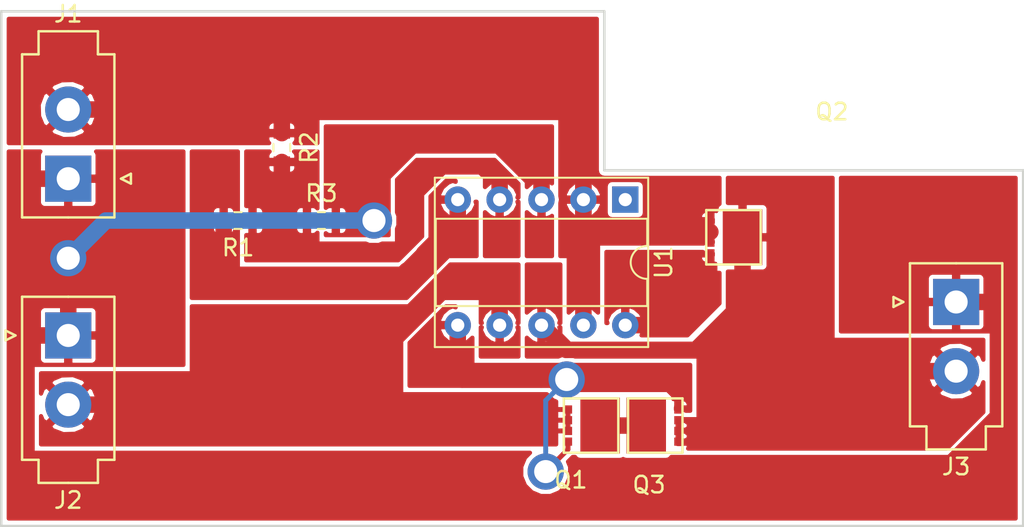
<source format=kicad_pcb>
(kicad_pcb (version 4) (host pcbnew 4.0.7-e2-6376~58~ubuntu16.04.1)

  (general
    (links 27)
    (no_connects 0)
    (area 110.668999 75.893 172.795001 108.025001)
    (thickness 1.6)
    (drawings 8)
    (tracks 124)
    (zones 0)
    (modules 10)
    (nets 11)
  )

  (page A4)
  (layers
    (0 F.Cu signal)
    (31 B.Cu signal)
    (32 B.Adhes user)
    (33 F.Adhes user)
    (34 B.Paste user)
    (35 F.Paste user)
    (36 B.SilkS user)
    (37 F.SilkS user)
    (38 B.Mask user)
    (39 F.Mask user)
    (40 Dwgs.User user)
    (41 Cmts.User user)
    (42 Eco1.User user)
    (43 Eco2.User user)
    (44 Edge.Cuts user)
    (45 Margin user)
    (46 B.CrtYd user)
    (47 F.CrtYd user)
    (48 B.Fab user)
    (49 F.Fab user)
  )

  (setup
    (last_trace_width 1)
    (trace_clearance 0.2)
    (zone_clearance 0.254)
    (zone_45_only no)
    (trace_min 0.2)
    (segment_width 0.2)
    (edge_width 0.15)
    (via_size 2.2)
    (via_drill 1.4)
    (via_min_size 0.4)
    (via_min_drill 0.3)
    (uvia_size 0.3)
    (uvia_drill 0.1)
    (uvias_allowed no)
    (uvia_min_size 0.2)
    (uvia_min_drill 0.1)
    (pcb_text_width 0.3)
    (pcb_text_size 1.5 1.5)
    (mod_edge_width 0.15)
    (mod_text_size 1 1)
    (mod_text_width 0.15)
    (pad_size 1.524 1.524)
    (pad_drill 0.762)
    (pad_to_mask_clearance 0.2)
    (aux_axis_origin 0 0)
    (visible_elements FFFFEF7F)
    (pcbplotparams
      (layerselection 0x01000_00000001)
      (usegerberextensions false)
      (excludeedgelayer true)
      (linewidth 0.100000)
      (plotframeref false)
      (viasonmask false)
      (mode 1)
      (useauxorigin false)
      (hpglpennumber 1)
      (hpglpenspeed 20)
      (hpglpendiameter 15)
      (hpglpenoverlay 2)
      (psnegative false)
      (psa4output false)
      (plotreference true)
      (plotvalue true)
      (plotinvisibletext false)
      (padsonsilk false)
      (subtractmaskfromsilk false)
      (outputformat 1)
      (mirror false)
      (drillshape 0)
      (scaleselection 1)
      (outputdirectory Gerber/))
  )

  (net 0 "")
  (net 1 GND)
  (net 2 "Net-(J1-Pad2)")
  (net 3 "Net-(J2-Pad2)")
  (net 4 "Net-(J3-Pad2)")
  (net 5 "Net-(Q1-Pad5)")
  (net 6 "Net-(Q1-Pad4)")
  (net 7 "Net-(Q2-Pad4)")
  (net 8 "Net-(R1-Pad1)")
  (net 9 "Net-(R1-Pad2)")
  (net 10 "Net-(U1-Pad1)")

  (net_class Default "This is the default net class."
    (clearance 0.2)
    (trace_width 1)
    (via_dia 2.2)
    (via_drill 1.4)
    (uvia_dia 0.3)
    (uvia_drill 0.1)
    (add_net GND)
    (add_net "Net-(J1-Pad2)")
    (add_net "Net-(J2-Pad2)")
    (add_net "Net-(J3-Pad2)")
    (add_net "Net-(Q1-Pad4)")
    (add_net "Net-(Q1-Pad5)")
    (add_net "Net-(Q2-Pad4)")
    (add_net "Net-(R1-Pad1)")
    (add_net "Net-(R1-Pad2)")
    (add_net "Net-(U1-Pad1)")
  )

  (module 8-powerVDFN:8-powerVDFN (layer F.Cu) (tedit 5A29E90F) (tstamp 5A7A3513)
    (at 152.06 101.854 180)
    (path /5A7A2204)
    (fp_text reference Q3 (at 2.028 -3.597 180) (layer F.SilkS)
      (effects (font (size 1 1) (thickness 0.15)))
    )
    (fp_text value rq3e120attb (at -0.512 3.007 180) (layer F.Fab)
      (effects (font (size 1 1) (thickness 0.15)))
    )
    (fp_line (start 0 -1.65) (end 3.3 -1.65) (layer F.SilkS) (width 0.15))
    (fp_line (start 3.3 -1.65) (end 3.3 1.65) (layer F.SilkS) (width 0.15))
    (fp_line (start 3.3 1.65) (end 0 1.65) (layer F.SilkS) (width 0.15))
    (fp_line (start 0 1.65) (end 0 -1.65) (layer F.SilkS) (width 0.15))
    (pad 1 smd rect (at 0.25 -0.975 180) (size 0.5 0.5) (layers F.Cu F.Paste F.Mask)
      (net 4 "Net-(J3-Pad2)"))
    (pad 2 smd rect (at 0.25 -0.325 180) (size 0.5 0.5) (layers F.Cu F.Paste F.Mask)
      (net 4 "Net-(J3-Pad2)"))
    (pad 3 smd rect (at 0.25 0.325 180) (size 0.5 0.5) (layers F.Cu F.Paste F.Mask)
      (net 4 "Net-(J3-Pad2)"))
    (pad 4 smd rect (at 0.25 0.975 180) (size 0.5 0.5) (layers F.Cu F.Paste F.Mask)
      (net 6 "Net-(Q1-Pad4)"))
    (pad 5 smd rect (at 2.2 0 180) (size 2.4 3.4) (layers F.Cu F.Paste F.Mask)
      (net 5 "Net-(Q1-Pad5)"))
  )

  (module correct_molex:Molex_MiniFit-JR-5556-02A_2x01x4.20mm_Straight (layer F.Cu) (tedit 589BA64B) (tstamp 5A7A3338)
    (at 114.808 96.384)
    (descr "Molex Mini-Fit JR, PN:5556-02A, dual row, top entry type, through hole")
    (tags "connector molex mini-fit 5556")
    (path /5A7A251A)
    (fp_text reference J2 (at 0 10) (layer F.SilkS)
      (effects (font (size 1 1) (thickness 0.15)))
    )
    (fp_text value Batt_in (at 0 -4) (layer F.Fab)
      (effects (font (size 1 1) (thickness 0.15)))
    )
    (fp_line (start -2.7 -2.25) (end -2.7 7.45) (layer F.Fab) (width 0.05))
    (fp_line (start -2.7 7.45) (end 2.7 7.45) (layer F.Fab) (width 0.05))
    (fp_line (start 2.7 7.45) (end 2.7 -2.25) (layer F.Fab) (width 0.05))
    (fp_line (start 2.7 -2.25) (end -2.7 -2.25) (layer F.Fab) (width 0.05))
    (fp_line (start -1.7 7.45) (end -1.7 8.85) (layer F.Fab) (width 0.05))
    (fp_line (start -1.7 8.85) (end 1.7 8.85) (layer F.Fab) (width 0.05))
    (fp_line (start 1.7 8.85) (end 1.7 7.45) (layer F.Fab) (width 0.05))
    (fp_line (start -1.75 -1.75) (end -1.75 1.75) (layer F.Fab) (width 0.05))
    (fp_line (start -1.75 1.75) (end 1.75 1.75) (layer F.Fab) (width 0.05))
    (fp_line (start 1.75 1.75) (end 1.75 -1.75) (layer F.Fab) (width 0.05))
    (fp_line (start 1.75 -1.75) (end -1.75 -1.75) (layer F.Fab) (width 0.05))
    (fp_line (start -1.75 5.95) (end -1.75 3.325) (layer F.Fab) (width 0.05))
    (fp_line (start -1.75 3.325) (end -0.875 2.45) (layer F.Fab) (width 0.05))
    (fp_line (start -0.875 2.45) (end 0.875 2.45) (layer F.Fab) (width 0.05))
    (fp_line (start 0.875 2.45) (end 1.75 3.325) (layer F.Fab) (width 0.05))
    (fp_line (start 1.75 3.325) (end 1.75 5.95) (layer F.Fab) (width 0.05))
    (fp_line (start 1.75 5.95) (end -1.75 5.95) (layer F.Fab) (width 0.05))
    (fp_line (start 0 -2.35) (end -2.8 -2.35) (layer F.SilkS) (width 0.15))
    (fp_line (start -2.8 -2.35) (end -2.8 7.55) (layer F.SilkS) (width 0.15))
    (fp_line (start -2.8 7.55) (end -1.8 7.55) (layer F.SilkS) (width 0.15))
    (fp_line (start -1.8 7.55) (end -1.8 8.95) (layer F.SilkS) (width 0.15))
    (fp_line (start -1.8 8.95) (end 0 8.95) (layer F.SilkS) (width 0.15))
    (fp_line (start 0 -2.35) (end 2.8 -2.35) (layer F.SilkS) (width 0.15))
    (fp_line (start 2.8 -2.35) (end 2.8 7.55) (layer F.SilkS) (width 0.15))
    (fp_line (start 2.8 7.55) (end 1.8 7.55) (layer F.SilkS) (width 0.15))
    (fp_line (start 1.8 7.55) (end 1.8 8.95) (layer F.SilkS) (width 0.15))
    (fp_line (start 1.8 8.95) (end 0 8.95) (layer F.SilkS) (width 0.15))
    (fp_line (start -3.2 0) (end -3.8 0.3) (layer F.SilkS) (width 0.15))
    (fp_line (start -3.8 0.3) (end -3.8 -0.3) (layer F.SilkS) (width 0.15))
    (fp_line (start -3.8 -0.3) (end -3.2 0) (layer F.SilkS) (width 0.15))
    (fp_line (start -3.2 -2.75) (end -3.2 9.3) (layer F.CrtYd) (width 0.05))
    (fp_line (start -3.2 9.3) (end 3.2 9.3) (layer F.CrtYd) (width 0.05))
    (fp_line (start 3.2 9.3) (end 3.2 -2.75) (layer F.CrtYd) (width 0.05))
    (fp_line (start 3.2 -2.75) (end -3.2 -2.75) (layer F.CrtYd) (width 0.05))
    (pad 1 thru_hole rect (at 0 0) (size 2.8 2.8) (drill 1.4) (layers *.Cu *.Mask)
      (net 1 GND))
    (pad 2 thru_hole circle (at 0 4.2) (size 2.8 2.8) (drill 1.4) (layers *.Cu *.Mask)
      (net 3 "Net-(J2-Pad2)"))
    (model C:/Users/BB/Documents/GrabCAD/SUPERBall/SuperBall_V2/Electronics/KiCAD_models/minifit_jr_vert_2.wrl
      (at (xyz 0 0 0))
      (scale (xyz 0.4 0.4 0.4))
      (rotate (xyz 0 0 0))
    )
  )

  (module correct_molex:Molex_MiniFit-JR-5556-02A_2x01x4.20mm_Straight (layer F.Cu) (tedit 589BA64B) (tstamp 5A7A333E)
    (at 168.656 94.352)
    (descr "Molex Mini-Fit JR, PN:5556-02A, dual row, top entry type, through hole")
    (tags "connector molex mini-fit 5556")
    (path /5A7A259B)
    (fp_text reference J3 (at 0 10) (layer F.SilkS)
      (effects (font (size 1 1) (thickness 0.15)))
    )
    (fp_text value OUT (at 0 -4) (layer F.Fab)
      (effects (font (size 1 1) (thickness 0.15)))
    )
    (fp_line (start -2.7 -2.25) (end -2.7 7.45) (layer F.Fab) (width 0.05))
    (fp_line (start -2.7 7.45) (end 2.7 7.45) (layer F.Fab) (width 0.05))
    (fp_line (start 2.7 7.45) (end 2.7 -2.25) (layer F.Fab) (width 0.05))
    (fp_line (start 2.7 -2.25) (end -2.7 -2.25) (layer F.Fab) (width 0.05))
    (fp_line (start -1.7 7.45) (end -1.7 8.85) (layer F.Fab) (width 0.05))
    (fp_line (start -1.7 8.85) (end 1.7 8.85) (layer F.Fab) (width 0.05))
    (fp_line (start 1.7 8.85) (end 1.7 7.45) (layer F.Fab) (width 0.05))
    (fp_line (start -1.75 -1.75) (end -1.75 1.75) (layer F.Fab) (width 0.05))
    (fp_line (start -1.75 1.75) (end 1.75 1.75) (layer F.Fab) (width 0.05))
    (fp_line (start 1.75 1.75) (end 1.75 -1.75) (layer F.Fab) (width 0.05))
    (fp_line (start 1.75 -1.75) (end -1.75 -1.75) (layer F.Fab) (width 0.05))
    (fp_line (start -1.75 5.95) (end -1.75 3.325) (layer F.Fab) (width 0.05))
    (fp_line (start -1.75 3.325) (end -0.875 2.45) (layer F.Fab) (width 0.05))
    (fp_line (start -0.875 2.45) (end 0.875 2.45) (layer F.Fab) (width 0.05))
    (fp_line (start 0.875 2.45) (end 1.75 3.325) (layer F.Fab) (width 0.05))
    (fp_line (start 1.75 3.325) (end 1.75 5.95) (layer F.Fab) (width 0.05))
    (fp_line (start 1.75 5.95) (end -1.75 5.95) (layer F.Fab) (width 0.05))
    (fp_line (start 0 -2.35) (end -2.8 -2.35) (layer F.SilkS) (width 0.15))
    (fp_line (start -2.8 -2.35) (end -2.8 7.55) (layer F.SilkS) (width 0.15))
    (fp_line (start -2.8 7.55) (end -1.8 7.55) (layer F.SilkS) (width 0.15))
    (fp_line (start -1.8 7.55) (end -1.8 8.95) (layer F.SilkS) (width 0.15))
    (fp_line (start -1.8 8.95) (end 0 8.95) (layer F.SilkS) (width 0.15))
    (fp_line (start 0 -2.35) (end 2.8 -2.35) (layer F.SilkS) (width 0.15))
    (fp_line (start 2.8 -2.35) (end 2.8 7.55) (layer F.SilkS) (width 0.15))
    (fp_line (start 2.8 7.55) (end 1.8 7.55) (layer F.SilkS) (width 0.15))
    (fp_line (start 1.8 7.55) (end 1.8 8.95) (layer F.SilkS) (width 0.15))
    (fp_line (start 1.8 8.95) (end 0 8.95) (layer F.SilkS) (width 0.15))
    (fp_line (start -3.2 0) (end -3.8 0.3) (layer F.SilkS) (width 0.15))
    (fp_line (start -3.8 0.3) (end -3.8 -0.3) (layer F.SilkS) (width 0.15))
    (fp_line (start -3.8 -0.3) (end -3.2 0) (layer F.SilkS) (width 0.15))
    (fp_line (start -3.2 -2.75) (end -3.2 9.3) (layer F.CrtYd) (width 0.05))
    (fp_line (start -3.2 9.3) (end 3.2 9.3) (layer F.CrtYd) (width 0.05))
    (fp_line (start 3.2 9.3) (end 3.2 -2.75) (layer F.CrtYd) (width 0.05))
    (fp_line (start 3.2 -2.75) (end -3.2 -2.75) (layer F.CrtYd) (width 0.05))
    (pad 1 thru_hole rect (at 0 0) (size 2.8 2.8) (drill 1.4) (layers *.Cu *.Mask)
      (net 1 GND))
    (pad 2 thru_hole circle (at 0 4.2) (size 2.8 2.8) (drill 1.4) (layers *.Cu *.Mask)
      (net 4 "Net-(J3-Pad2)"))
    (model C:/Users/BB/Documents/GrabCAD/SUPERBall/SuperBall_V2/Electronics/KiCAD_models/minifit_jr_vert_2.wrl
      (at (xyz 0 0 0))
      (scale (xyz 0.4 0.4 0.4))
      (rotate (xyz 0 0 0))
    )
  )

  (module Resistor_SMD:R_0603_1608Metric (layer F.Cu) (tedit 59FE48B8) (tstamp 5A7A3389)
    (at 125.109 89.408 180)
    (descr "Resistor SMD 0603 (1608 Metric), square (rectangular) end terminal, IPC_7351 nominal, (Body size source: http://www.tortai-tech.com/upload/download/2011102023233369053.pdf), generated with kicad-footprint-generator")
    (tags resistor)
    (path /5A7A2815)
    (attr smd)
    (fp_text reference R1 (at 0 -1.65 180) (layer F.SilkS)
      (effects (font (size 1 1) (thickness 0.15)))
    )
    (fp_text value 105k (at 0 1.65 180) (layer F.Fab)
      (effects (font (size 1 1) (thickness 0.15)))
    )
    (fp_line (start -0.8 0.4) (end -0.8 -0.4) (layer F.Fab) (width 0.1))
    (fp_line (start -0.8 -0.4) (end 0.8 -0.4) (layer F.Fab) (width 0.1))
    (fp_line (start 0.8 -0.4) (end 0.8 0.4) (layer F.Fab) (width 0.1))
    (fp_line (start 0.8 0.4) (end -0.8 0.4) (layer F.Fab) (width 0.1))
    (fp_line (start -0.22 -0.51) (end 0.22 -0.51) (layer F.SilkS) (width 0.12))
    (fp_line (start -0.22 0.51) (end 0.22 0.51) (layer F.SilkS) (width 0.12))
    (fp_line (start -1.46 0.75) (end -1.46 -0.75) (layer F.CrtYd) (width 0.05))
    (fp_line (start -1.46 -0.75) (end 1.46 -0.75) (layer F.CrtYd) (width 0.05))
    (fp_line (start 1.46 -0.75) (end 1.46 0.75) (layer F.CrtYd) (width 0.05))
    (fp_line (start 1.46 0.75) (end -1.46 0.75) (layer F.CrtYd) (width 0.05))
    (fp_text user %R (at 0 0 180) (layer F.Fab)
      (effects (font (size 0.5 0.5) (thickness 0.08)))
    )
    (pad 1 smd rect (at -0.875 0 180) (size 0.67 1) (layers F.Cu F.Paste F.Mask)
      (net 8 "Net-(R1-Pad1)"))
    (pad 2 smd rect (at 0.875 0 180) (size 0.67 1) (layers F.Cu F.Paste F.Mask)
      (net 9 "Net-(R1-Pad2)"))
    (model ${KISYS3DMOD}/Resistor_SMD.3dshapes/R_0603_1608Metric.wrl
      (at (xyz 0 0 0))
      (scale (xyz 1 1 1))
      (rotate (xyz 0 0 0))
    )
  )

  (module Resistor_SMD:R_0603_1608Metric (layer F.Cu) (tedit 59FE48B8) (tstamp 5A7A338F)
    (at 127.762 84.977 270)
    (descr "Resistor SMD 0603 (1608 Metric), square (rectangular) end terminal, IPC_7351 nominal, (Body size source: http://www.tortai-tech.com/upload/download/2011102023233369053.pdf), generated with kicad-footprint-generator")
    (tags resistor)
    (path /5A7A27AA)
    (attr smd)
    (fp_text reference R2 (at 0 -1.65 270) (layer F.SilkS)
      (effects (font (size 1 1) (thickness 0.15)))
    )
    (fp_text value 158k (at 0 1.65 270) (layer F.Fab)
      (effects (font (size 1 1) (thickness 0.15)))
    )
    (fp_line (start -0.8 0.4) (end -0.8 -0.4) (layer F.Fab) (width 0.1))
    (fp_line (start -0.8 -0.4) (end 0.8 -0.4) (layer F.Fab) (width 0.1))
    (fp_line (start 0.8 -0.4) (end 0.8 0.4) (layer F.Fab) (width 0.1))
    (fp_line (start 0.8 0.4) (end -0.8 0.4) (layer F.Fab) (width 0.1))
    (fp_line (start -0.22 -0.51) (end 0.22 -0.51) (layer F.SilkS) (width 0.12))
    (fp_line (start -0.22 0.51) (end 0.22 0.51) (layer F.SilkS) (width 0.12))
    (fp_line (start -1.46 0.75) (end -1.46 -0.75) (layer F.CrtYd) (width 0.05))
    (fp_line (start -1.46 -0.75) (end 1.46 -0.75) (layer F.CrtYd) (width 0.05))
    (fp_line (start 1.46 -0.75) (end 1.46 0.75) (layer F.CrtYd) (width 0.05))
    (fp_line (start 1.46 0.75) (end -1.46 0.75) (layer F.CrtYd) (width 0.05))
    (fp_text user %R (at 0 0 270) (layer F.Fab)
      (effects (font (size 0.5 0.5) (thickness 0.08)))
    )
    (pad 1 smd rect (at -0.875 0 270) (size 0.67 1) (layers F.Cu F.Paste F.Mask)
      (net 2 "Net-(J1-Pad2)"))
    (pad 2 smd rect (at 0.875 0 270) (size 0.67 1) (layers F.Cu F.Paste F.Mask)
      (net 8 "Net-(R1-Pad1)"))
    (model ${KISYS3DMOD}/Resistor_SMD.3dshapes/R_0603_1608Metric.wrl
      (at (xyz 0 0 0))
      (scale (xyz 1 1 1))
      (rotate (xyz 0 0 0))
    )
  )

  (module Resistor_SMD:R_0603_1608Metric (layer F.Cu) (tedit 59FE48B8) (tstamp 5A7A3395)
    (at 130.161 89.408)
    (descr "Resistor SMD 0603 (1608 Metric), square (rectangular) end terminal, IPC_7351 nominal, (Body size source: http://www.tortai-tech.com/upload/download/2011102023233369053.pdf), generated with kicad-footprint-generator")
    (tags resistor)
    (path /5A7A285C)
    (attr smd)
    (fp_text reference R3 (at 0 -1.65) (layer F.SilkS)
      (effects (font (size 1 1) (thickness 0.15)))
    )
    (fp_text value 10.2k (at 0.141 1.778) (layer F.Fab)
      (effects (font (size 1 1) (thickness 0.15)))
    )
    (fp_line (start -0.8 0.4) (end -0.8 -0.4) (layer F.Fab) (width 0.1))
    (fp_line (start -0.8 -0.4) (end 0.8 -0.4) (layer F.Fab) (width 0.1))
    (fp_line (start 0.8 -0.4) (end 0.8 0.4) (layer F.Fab) (width 0.1))
    (fp_line (start 0.8 0.4) (end -0.8 0.4) (layer F.Fab) (width 0.1))
    (fp_line (start -0.22 -0.51) (end 0.22 -0.51) (layer F.SilkS) (width 0.12))
    (fp_line (start -0.22 0.51) (end 0.22 0.51) (layer F.SilkS) (width 0.12))
    (fp_line (start -1.46 0.75) (end -1.46 -0.75) (layer F.CrtYd) (width 0.05))
    (fp_line (start -1.46 -0.75) (end 1.46 -0.75) (layer F.CrtYd) (width 0.05))
    (fp_line (start 1.46 -0.75) (end 1.46 0.75) (layer F.CrtYd) (width 0.05))
    (fp_line (start 1.46 0.75) (end -1.46 0.75) (layer F.CrtYd) (width 0.05))
    (fp_text user %R (at 0 0) (layer F.Fab)
      (effects (font (size 0.5 0.5) (thickness 0.08)))
    )
    (pad 1 smd rect (at -0.875 0) (size 0.67 1) (layers F.Cu F.Paste F.Mask)
      (net 8 "Net-(R1-Pad1)"))
    (pad 2 smd rect (at 0.875 0) (size 0.67 1) (layers F.Cu F.Paste F.Mask)
      (net 1 GND))
    (model ${KISYS3DMOD}/Resistor_SMD.3dshapes/R_0603_1608Metric.wrl
      (at (xyz 0 0 0))
      (scale (xyz 1 1 1))
      (rotate (xyz 0 0 0))
    )
  )

  (module 8-powerVDFN:8-powerVDFN (layer F.Cu) (tedit 5A29E90F) (tstamp 5A7A3503)
    (at 144.866 101.854)
    (path /5A7A2344)
    (fp_text reference Q1 (at 0.422 3.302) (layer F.SilkS)
      (effects (font (size 1 1) (thickness 0.15)))
    )
    (fp_text value rq3e120attb (at 0.676 -2.794) (layer F.Fab)
      (effects (font (size 1 1) (thickness 0.15)))
    )
    (fp_line (start 0 -1.65) (end 3.3 -1.65) (layer F.SilkS) (width 0.15))
    (fp_line (start 3.3 -1.65) (end 3.3 1.65) (layer F.SilkS) (width 0.15))
    (fp_line (start 3.3 1.65) (end 0 1.65) (layer F.SilkS) (width 0.15))
    (fp_line (start 0 1.65) (end 0 -1.65) (layer F.SilkS) (width 0.15))
    (pad 1 smd rect (at 0.25 -0.975) (size 0.5 0.5) (layers F.Cu F.Paste F.Mask)
      (net 3 "Net-(J2-Pad2)"))
    (pad 2 smd rect (at 0.25 -0.325) (size 0.5 0.5) (layers F.Cu F.Paste F.Mask)
      (net 3 "Net-(J2-Pad2)"))
    (pad 3 smd rect (at 0.25 0.325) (size 0.5 0.5) (layers F.Cu F.Paste F.Mask)
      (net 3 "Net-(J2-Pad2)"))
    (pad 4 smd rect (at 0.25 0.975) (size 0.5 0.5) (layers F.Cu F.Paste F.Mask)
      (net 6 "Net-(Q1-Pad4)"))
    (pad 5 smd rect (at 2.2 0) (size 2.4 3.4) (layers F.Cu F.Paste F.Mask)
      (net 5 "Net-(Q1-Pad5)"))
  )

  (module 8-powerVDFN:8-powerVDFN (layer F.Cu) (tedit 5A29E90F) (tstamp 5A7A350B)
    (at 153.502 90.424)
    (path /5A7A2307)
    (fp_text reference Q2 (at 7.62 -7.62) (layer F.SilkS)
      (effects (font (size 1 1) (thickness 0.15)))
    )
    (fp_text value rq3e120attb (at 0 -7.62) (layer F.Fab)
      (effects (font (size 1 1) (thickness 0.15)))
    )
    (fp_line (start 0 -1.65) (end 3.3 -1.65) (layer F.SilkS) (width 0.15))
    (fp_line (start 3.3 -1.65) (end 3.3 1.65) (layer F.SilkS) (width 0.15))
    (fp_line (start 3.3 1.65) (end 0 1.65) (layer F.SilkS) (width 0.15))
    (fp_line (start 0 1.65) (end 0 -1.65) (layer F.SilkS) (width 0.15))
    (pad 1 smd rect (at 0.25 -0.975) (size 0.5 0.5) (layers F.Cu F.Paste F.Mask)
      (net 2 "Net-(J1-Pad2)"))
    (pad 2 smd rect (at 0.25 -0.325) (size 0.5 0.5) (layers F.Cu F.Paste F.Mask)
      (net 2 "Net-(J1-Pad2)"))
    (pad 3 smd rect (at 0.25 0.325) (size 0.5 0.5) (layers F.Cu F.Paste F.Mask)
      (net 2 "Net-(J1-Pad2)"))
    (pad 4 smd rect (at 0.25 0.975) (size 0.5 0.5) (layers F.Cu F.Paste F.Mask)
      (net 7 "Net-(Q2-Pad4)"))
    (pad 5 smd rect (at 2.2 0) (size 2.4 3.4) (layers F.Cu F.Paste F.Mask)
      (net 4 "Net-(J3-Pad2)"))
  )

  (module Housings_DIP:DIP-10_W7.62mm_Socket (layer F.Cu) (tedit 59C78D6B) (tstamp 5ACBD7D8)
    (at 148.59 88.138 270)
    (descr "10-lead though-hole mounted DIP package, row spacing 7.62 mm (300 mils), Socket")
    (tags "THT DIP DIL PDIP 2.54mm 7.62mm 300mil Socket")
    (path /5A7A213D)
    (fp_text reference U1 (at 3.81 -2.33 270) (layer F.SilkS)
      (effects (font (size 1 1) (thickness 0.15)))
    )
    (fp_text value LTC4416 (at 3.81 12.49 270) (layer F.Fab)
      (effects (font (size 1 1) (thickness 0.15)))
    )
    (fp_arc (start 3.81 -1.33) (end 2.81 -1.33) (angle -180) (layer F.SilkS) (width 0.12))
    (fp_line (start 1.635 -1.27) (end 6.985 -1.27) (layer F.Fab) (width 0.1))
    (fp_line (start 6.985 -1.27) (end 6.985 11.43) (layer F.Fab) (width 0.1))
    (fp_line (start 6.985 11.43) (end 0.635 11.43) (layer F.Fab) (width 0.1))
    (fp_line (start 0.635 11.43) (end 0.635 -0.27) (layer F.Fab) (width 0.1))
    (fp_line (start 0.635 -0.27) (end 1.635 -1.27) (layer F.Fab) (width 0.1))
    (fp_line (start -1.27 -1.33) (end -1.27 11.49) (layer F.Fab) (width 0.1))
    (fp_line (start -1.27 11.49) (end 8.89 11.49) (layer F.Fab) (width 0.1))
    (fp_line (start 8.89 11.49) (end 8.89 -1.33) (layer F.Fab) (width 0.1))
    (fp_line (start 8.89 -1.33) (end -1.27 -1.33) (layer F.Fab) (width 0.1))
    (fp_line (start 2.81 -1.33) (end 1.16 -1.33) (layer F.SilkS) (width 0.12))
    (fp_line (start 1.16 -1.33) (end 1.16 11.49) (layer F.SilkS) (width 0.12))
    (fp_line (start 1.16 11.49) (end 6.46 11.49) (layer F.SilkS) (width 0.12))
    (fp_line (start 6.46 11.49) (end 6.46 -1.33) (layer F.SilkS) (width 0.12))
    (fp_line (start 6.46 -1.33) (end 4.81 -1.33) (layer F.SilkS) (width 0.12))
    (fp_line (start -1.33 -1.39) (end -1.33 11.55) (layer F.SilkS) (width 0.12))
    (fp_line (start -1.33 11.55) (end 8.95 11.55) (layer F.SilkS) (width 0.12))
    (fp_line (start 8.95 11.55) (end 8.95 -1.39) (layer F.SilkS) (width 0.12))
    (fp_line (start 8.95 -1.39) (end -1.33 -1.39) (layer F.SilkS) (width 0.12))
    (fp_line (start -1.55 -1.6) (end -1.55 11.75) (layer F.CrtYd) (width 0.05))
    (fp_line (start -1.55 11.75) (end 9.15 11.75) (layer F.CrtYd) (width 0.05))
    (fp_line (start 9.15 11.75) (end 9.15 -1.6) (layer F.CrtYd) (width 0.05))
    (fp_line (start 9.15 -1.6) (end -1.55 -1.6) (layer F.CrtYd) (width 0.05))
    (fp_text user %R (at 3.81 5.08 270) (layer F.Fab)
      (effects (font (size 1 1) (thickness 0.15)))
    )
    (pad 1 thru_hole rect (at 0 0 270) (size 1.6 1.6) (drill 0.8) (layers *.Cu *.Mask)
      (net 10 "Net-(U1-Pad1)"))
    (pad 6 thru_hole oval (at 7.62 10.16 270) (size 1.6 1.6) (drill 0.8) (layers *.Cu *.Mask)
      (net 6 "Net-(Q1-Pad4)"))
    (pad 2 thru_hole oval (at 0 2.54 270) (size 1.6 1.6) (drill 0.8) (layers *.Cu *.Mask)
      (net 2 "Net-(J1-Pad2)"))
    (pad 7 thru_hole oval (at 7.62 7.62 270) (size 1.6 1.6) (drill 0.8) (layers *.Cu *.Mask)
      (net 3 "Net-(J2-Pad2)"))
    (pad 3 thru_hole oval (at 0 5.08 270) (size 1.6 1.6) (drill 0.8) (layers *.Cu *.Mask)
      (net 1 GND))
    (pad 8 thru_hole oval (at 7.62 5.08 270) (size 1.6 1.6) (drill 0.8) (layers *.Cu *.Mask)
      (net 4 "Net-(J3-Pad2)"))
    (pad 4 thru_hole oval (at 0 7.62 270) (size 1.6 1.6) (drill 0.8) (layers *.Cu *.Mask)
      (net 8 "Net-(R1-Pad1)"))
    (pad 9 thru_hole oval (at 7.62 2.54 270) (size 1.6 1.6) (drill 0.8) (layers *.Cu *.Mask)
      (net 2 "Net-(J1-Pad2)"))
    (pad 5 thru_hole oval (at 0 10.16 270) (size 1.6 1.6) (drill 0.8) (layers *.Cu *.Mask)
      (net 9 "Net-(R1-Pad2)"))
    (pad 10 thru_hole oval (at 7.62 0 270) (size 1.6 1.6) (drill 0.8) (layers *.Cu *.Mask)
      (net 7 "Net-(Q2-Pad4)"))
    (model ${KISYS3DMOD}/Housings_DIP.3dshapes/DIP-10_W7.62mm_Socket.wrl
      (at (xyz 0 0 0))
      (scale (xyz 1 1 1))
      (rotate (xyz 0 0 0))
    )
  )

  (module correct_molex:Molex_MiniFit-JR-5556-02A_2x01x4.20mm_Straight (layer F.Cu) (tedit 589BA64B) (tstamp 5ACBD9D4)
    (at 114.808 86.868 180)
    (descr "Molex Mini-Fit JR, PN:5556-02A, dual row, top entry type, through hole")
    (tags "connector molex mini-fit 5556")
    (path /5A7A23EB)
    (fp_text reference J1 (at 0 10 180) (layer F.SilkS)
      (effects (font (size 1 1) (thickness 0.15)))
    )
    (fp_text value Ext_in (at 0 -4 180) (layer F.Fab)
      (effects (font (size 1 1) (thickness 0.15)))
    )
    (fp_line (start -2.7 -2.25) (end -2.7 7.45) (layer F.Fab) (width 0.05))
    (fp_line (start -2.7 7.45) (end 2.7 7.45) (layer F.Fab) (width 0.05))
    (fp_line (start 2.7 7.45) (end 2.7 -2.25) (layer F.Fab) (width 0.05))
    (fp_line (start 2.7 -2.25) (end -2.7 -2.25) (layer F.Fab) (width 0.05))
    (fp_line (start -1.7 7.45) (end -1.7 8.85) (layer F.Fab) (width 0.05))
    (fp_line (start -1.7 8.85) (end 1.7 8.85) (layer F.Fab) (width 0.05))
    (fp_line (start 1.7 8.85) (end 1.7 7.45) (layer F.Fab) (width 0.05))
    (fp_line (start -1.75 -1.75) (end -1.75 1.75) (layer F.Fab) (width 0.05))
    (fp_line (start -1.75 1.75) (end 1.75 1.75) (layer F.Fab) (width 0.05))
    (fp_line (start 1.75 1.75) (end 1.75 -1.75) (layer F.Fab) (width 0.05))
    (fp_line (start 1.75 -1.75) (end -1.75 -1.75) (layer F.Fab) (width 0.05))
    (fp_line (start -1.75 5.95) (end -1.75 3.325) (layer F.Fab) (width 0.05))
    (fp_line (start -1.75 3.325) (end -0.875 2.45) (layer F.Fab) (width 0.05))
    (fp_line (start -0.875 2.45) (end 0.875 2.45) (layer F.Fab) (width 0.05))
    (fp_line (start 0.875 2.45) (end 1.75 3.325) (layer F.Fab) (width 0.05))
    (fp_line (start 1.75 3.325) (end 1.75 5.95) (layer F.Fab) (width 0.05))
    (fp_line (start 1.75 5.95) (end -1.75 5.95) (layer F.Fab) (width 0.05))
    (fp_line (start 0 -2.35) (end -2.8 -2.35) (layer F.SilkS) (width 0.15))
    (fp_line (start -2.8 -2.35) (end -2.8 7.55) (layer F.SilkS) (width 0.15))
    (fp_line (start -2.8 7.55) (end -1.8 7.55) (layer F.SilkS) (width 0.15))
    (fp_line (start -1.8 7.55) (end -1.8 8.95) (layer F.SilkS) (width 0.15))
    (fp_line (start -1.8 8.95) (end 0 8.95) (layer F.SilkS) (width 0.15))
    (fp_line (start 0 -2.35) (end 2.8 -2.35) (layer F.SilkS) (width 0.15))
    (fp_line (start 2.8 -2.35) (end 2.8 7.55) (layer F.SilkS) (width 0.15))
    (fp_line (start 2.8 7.55) (end 1.8 7.55) (layer F.SilkS) (width 0.15))
    (fp_line (start 1.8 7.55) (end 1.8 8.95) (layer F.SilkS) (width 0.15))
    (fp_line (start 1.8 8.95) (end 0 8.95) (layer F.SilkS) (width 0.15))
    (fp_line (start -3.2 0) (end -3.8 0.3) (layer F.SilkS) (width 0.15))
    (fp_line (start -3.8 0.3) (end -3.8 -0.3) (layer F.SilkS) (width 0.15))
    (fp_line (start -3.8 -0.3) (end -3.2 0) (layer F.SilkS) (width 0.15))
    (fp_line (start -3.2 -2.75) (end -3.2 9.3) (layer F.CrtYd) (width 0.05))
    (fp_line (start -3.2 9.3) (end 3.2 9.3) (layer F.CrtYd) (width 0.05))
    (fp_line (start 3.2 9.3) (end 3.2 -2.75) (layer F.CrtYd) (width 0.05))
    (fp_line (start 3.2 -2.75) (end -3.2 -2.75) (layer F.CrtYd) (width 0.05))
    (pad 1 thru_hole rect (at 0 0 180) (size 2.8 2.8) (drill 1.4) (layers *.Cu *.Mask)
      (net 1 GND))
    (pad 2 thru_hole circle (at 0 4.2 180) (size 2.8 2.8) (drill 1.4) (layers *.Cu *.Mask)
      (net 2 "Net-(J1-Pad2)"))
    (model C:/Users/BB/Documents/GrabCAD/SUPERBall/SuperBall_V2/Electronics/KiCAD_models/minifit_jr_vert_2.wrl
      (at (xyz 0 0 0))
      (scale (xyz 0.4 0.4 0.4))
      (rotate (xyz 0 0 0))
    )
  )

  (gr_line (start 110.744 76.962) (end 110.744 76.962) (layer Edge.Cuts) (width 0.15) (tstamp 5A7A3D29))
  (gr_line (start 110.744 76.708) (end 110.744 76.962) (layer Edge.Cuts) (width 0.15))
  (gr_line (start 147.32 76.708) (end 110.744 76.708) (layer Edge.Cuts) (width 0.15))
  (gr_line (start 147.32 86.36) (end 147.32 76.708) (layer Edge.Cuts) (width 0.15))
  (gr_line (start 172.72 86.36) (end 147.32 86.36) (layer Edge.Cuts) (width 0.15))
  (gr_line (start 172.72 107.95) (end 172.72 86.36) (layer Edge.Cuts) (width 0.15))
  (gr_line (start 110.744 107.95) (end 172.72 107.95) (layer Edge.Cuts) (width 0.15))
  (gr_line (start 110.744 76.962) (end 110.744 107.95) (layer Edge.Cuts) (width 0.15))

  (segment (start 134.874 84.328) (end 133.35 85.852) (width 1) (layer F.Cu) (net 1))
  (segment (start 133.35 85.852) (end 133.35 87.852366) (width 1) (layer F.Cu) (net 1))
  (segment (start 140.83137 84.328) (end 134.874 84.328) (width 1) (layer F.Cu) (net 1))
  (segment (start 143.51 88.138) (end 143.51 87.00663) (width 1) (layer F.Cu) (net 1))
  (segment (start 143.51 87.00663) (end 140.83137 84.328) (width 1) (layer F.Cu) (net 1))
  (segment (start 133.35 87.852366) (end 133.35 89.408) (width 1) (layer F.Cu) (net 1))
  (segment (start 168.656 94.352) (end 171.056 94.352) (width 1) (layer F.Cu) (net 1))
  (segment (start 171.056 94.352) (end 171.704 95) (width 1) (layer F.Cu) (net 1))
  (segment (start 171.704 95) (end 171.704 103.886) (width 1) (layer F.Cu) (net 1))
  (segment (start 171.704 103.886) (end 168.887999 106.702001) (width 1) (layer F.Cu) (net 1))
  (segment (start 168.887999 106.702001) (end 112.036001 106.702001) (width 1) (layer F.Cu) (net 1))
  (segment (start 112.036001 106.702001) (end 112.014 106.68) (width 1) (layer F.Cu) (net 1))
  (segment (start 112.014 106.68) (end 112.014 104.902) (width 1) (layer F.Cu) (net 1))
  (segment (start 112.014 104.902) (end 112.014 96.778) (width 1) (layer F.Cu) (net 1))
  (segment (start 112.014 96.778) (end 112.014 87.262) (width 1) (layer F.Cu) (net 1))
  (segment (start 112.014 87.262) (end 112.408 86.868) (width 1) (layer F.Cu) (net 1))
  (segment (start 112.408 86.868) (end 114.808 86.868) (width 1) (layer F.Cu) (net 1))
  (segment (start 114.808 91.694) (end 114.808 96.384) (width 1) (layer F.Cu) (net 1))
  (segment (start 133.35 89.408) (end 117.094 89.408) (width 1) (layer B.Cu) (net 1))
  (segment (start 117.094 89.408) (end 114.808 91.694) (width 1) (layer B.Cu) (net 1))
  (via (at 114.808 91.694) (size 2.2) (drill 1.4) (layers F.Cu B.Cu) (net 1))
  (segment (start 131.036 89.408) (end 133.35 89.408) (width 1) (layer F.Cu) (net 1))
  (via (at 133.35 89.408) (size 2.2) (drill 1.4) (layers F.Cu B.Cu) (net 1))
  (segment (start 112.014 96.778) (end 112.408 96.384) (width 1) (layer F.Cu) (net 1))
  (segment (start 112.408 96.384) (end 114.808 96.384) (width 1) (layer F.Cu) (net 1))
  (segment (start 114.808 82.668) (end 125.984 82.668) (width 1) (layer F.Cu) (net 2))
  (segment (start 125.984 82.668) (end 127.663 82.668) (width 1) (layer F.Cu) (net 2))
  (segment (start 146.05 84.074) (end 144.644 82.668) (width 1) (layer F.Cu) (net 2))
  (segment (start 144.644 82.668) (end 125.984 82.668) (width 1) (layer F.Cu) (net 2))
  (segment (start 146.05 88.138) (end 146.05 84.074) (width 1) (layer F.Cu) (net 2))
  (segment (start 146.05 88.138) (end 146.05 87.00663) (width 1) (layer F.Cu) (net 2))
  (segment (start 153.752 90.099) (end 146.87963 90.099) (width 1) (layer F.Cu) (net 2))
  (segment (start 146.87963 90.099) (end 146.05 89.26937) (width 1) (layer F.Cu) (net 2))
  (segment (start 146.05 89.26937) (end 146.05 88.138) (width 1) (layer F.Cu) (net 2))
  (segment (start 146.05 95.758) (end 146.05 88.138) (width 1) (layer F.Cu) (net 2))
  (segment (start 127.663 82.668) (end 127.762 82.767) (width 1) (layer F.Cu) (net 2))
  (segment (start 127.762 82.767) (end 127.762 84.102) (width 1) (layer F.Cu) (net 2))
  (segment (start 153.752 90.099) (end 153.752 90.749) (width 0.3) (layer F.Cu) (net 2))
  (segment (start 153.752 89.449) (end 153.752 90.099) (width 0.3) (layer F.Cu) (net 2))
  (segment (start 130.048 96.012) (end 130.048 100.584) (width 1) (layer F.Cu) (net 3))
  (segment (start 134.874 96.012) (end 130.048 96.012) (width 1) (layer F.Cu) (net 3))
  (segment (start 136.652 94.234) (end 134.874 96.012) (width 1) (layer F.Cu) (net 3))
  (segment (start 114.808 100.584) (end 130.048 100.584) (width 1) (layer F.Cu) (net 3))
  (segment (start 130.048 100.584) (end 136.652 100.584) (width 1) (layer F.Cu) (net 3))
  (segment (start 137.16 93.726) (end 136.652 94.234) (width 1) (layer F.Cu) (net 3))
  (segment (start 140.462 93.726) (end 137.16 93.726) (width 1) (layer F.Cu) (net 3))
  (segment (start 140.97 94.234) (end 140.462 93.726) (width 1) (layer F.Cu) (net 3))
  (segment (start 140.97 95.758) (end 140.97 94.234) (width 1) (layer F.Cu) (net 3))
  (segment (start 136.652 100.584) (end 140.462 100.584) (width 1) (layer F.Cu) (net 3))
  (segment (start 140.462 100.584) (end 140.97 100.584) (width 1) (layer F.Cu) (net 3))
  (segment (start 140.97 100.584) (end 143.51 100.584) (width 1) (layer F.Cu) (net 3))
  (segment (start 145.116 102.179) (end 143.835 102.179) (width 0.3) (layer F.Cu) (net 3))
  (segment (start 143.835 102.179) (end 143.764 102.108) (width 0.3) (layer F.Cu) (net 3))
  (segment (start 143.764 100.838) (end 143.764 101.6) (width 1) (layer F.Cu) (net 3))
  (segment (start 143.764 101.6) (end 143.764 102.108) (width 1) (layer F.Cu) (net 3))
  (segment (start 145.116 101.529) (end 143.835 101.529) (width 0.3) (layer F.Cu) (net 3))
  (segment (start 143.835 101.529) (end 143.764 101.6) (width 0.3) (layer F.Cu) (net 3))
  (segment (start 145.116 100.879) (end 143.805 100.879) (width 0.3) (layer F.Cu) (net 3))
  (segment (start 143.805 100.879) (end 143.764 100.838) (width 0.3) (layer F.Cu) (net 3))
  (segment (start 143.51 100.584) (end 143.764 100.838) (width 1) (layer F.Cu) (net 3))
  (segment (start 145.116 101.529) (end 145.116 102.179) (width 0.3) (layer F.Cu) (net 3))
  (segment (start 145.116 100.879) (end 145.116 101.529) (width 0.3) (layer F.Cu) (net 3))
  (segment (start 153.67 101.6) (end 153.67 97.742002) (width 1) (layer F.Cu) (net 4))
  (segment (start 153.67 97.742002) (end 153.185999 97.258001) (width 1) (layer F.Cu) (net 4))
  (segment (start 153.185999 97.258001) (end 155.702 94.742) (width 1) (layer F.Cu) (net 4))
  (segment (start 155.702 94.742) (end 155.702 90.424) (width 1) (layer F.Cu) (net 4))
  (segment (start 143.51 95.758) (end 145.010001 97.258001) (width 1) (layer F.Cu) (net 4))
  (segment (start 145.010001 97.258001) (end 153.185999 97.258001) (width 1) (layer F.Cu) (net 4))
  (segment (start 151.81 102.829) (end 152.105 102.829) (width 0.3) (layer F.Cu) (net 4))
  (segment (start 152.105 102.829) (end 152.146 102.788) (width 0.3) (layer F.Cu) (net 4))
  (segment (start 151.81 102.179) (end 152.105 102.179) (width 0.3) (layer F.Cu) (net 4))
  (segment (start 152.105 102.179) (end 152.146 102.138) (width 0.3) (layer F.Cu) (net 4))
  (segment (start 151.81 101.529) (end 152.105 101.529) (width 0.3) (layer F.Cu) (net 4))
  (segment (start 152.105 101.529) (end 152.146 101.488) (width 0.3) (layer F.Cu) (net 4))
  (segment (start 151.81 102.179) (end 151.81 101.529) (width 0.3) (layer F.Cu) (net 4))
  (segment (start 151.81 102.829) (end 151.81 102.179) (width 0.3) (layer F.Cu) (net 4))
  (segment (start 153.67 101.6) (end 153.67 102.108) (width 1) (layer F.Cu) (net 4))
  (segment (start 152.146 101.488) (end 153.558 101.488) (width 0.3) (layer F.Cu) (net 4))
  (segment (start 153.558 101.488) (end 153.67 101.6) (width 0.3) (layer F.Cu) (net 4))
  (segment (start 153.67 102.108) (end 153.67 102.87) (width 1) (layer F.Cu) (net 4))
  (segment (start 152.146 102.138) (end 153.64 102.138) (width 0.3) (layer F.Cu) (net 4))
  (segment (start 153.64 102.138) (end 153.67 102.108) (width 0.3) (layer F.Cu) (net 4))
  (segment (start 152.146 102.788) (end 153.588 102.788) (width 0.3) (layer F.Cu) (net 4))
  (segment (start 153.588 102.788) (end 153.67 102.87) (width 0.3) (layer F.Cu) (net 4))
  (segment (start 153.67 102.87) (end 159.766 102.87) (width 1) (layer F.Cu) (net 4))
  (segment (start 159.766 102.87) (end 164.084 98.552) (width 1) (layer F.Cu) (net 4))
  (segment (start 164.084 98.552) (end 168.656 98.552) (width 1) (layer F.Cu) (net 4))
  (segment (start 147.066 101.854) (end 149.86 101.854) (width 1) (layer F.Cu) (net 5))
  (segment (start 150.155 101.854) (end 150.196 101.813) (width 1) (layer F.Cu) (net 5))
  (segment (start 138.43 95.758) (end 138.43 98.806) (width 1) (layer F.Cu) (net 6))
  (segment (start 138.43 98.806) (end 138.682011 99.058011) (width 1) (layer F.Cu) (net 6))
  (segment (start 138.682011 99.058011) (end 143.481878 99.058011) (width 1) (layer F.Cu) (net 6))
  (segment (start 143.481878 99.058011) (end 145.037512 99.058011) (width 1) (layer F.Cu) (net 6))
  (segment (start 150.539011 99.058011) (end 146.593146 99.058011) (width 0.3) (layer F.Cu) (net 6))
  (segment (start 151.81 100.879) (end 151.81 100.329) (width 0.3) (layer F.Cu) (net 6))
  (segment (start 146.593146 99.058011) (end 145.037512 99.058011) (width 0.3) (layer F.Cu) (net 6))
  (segment (start 143.764 100.331523) (end 143.937513 100.15801) (width 0.3) (layer B.Cu) (net 6))
  (segment (start 143.937513 100.15801) (end 145.037512 99.058011) (width 0.3) (layer B.Cu) (net 6))
  (via (at 145.037512 99.058011) (size 2.2) (drill 1.4) (layers F.Cu B.Cu) (net 6))
  (segment (start 151.81 100.329) (end 150.539011 99.058011) (width 0.3) (layer F.Cu) (net 6))
  (segment (start 143.764 104.648) (end 143.764 100.331523) (width 0.3) (layer B.Cu) (net 6))
  (segment (start 145.116 102.829) (end 145.116 103.296) (width 0.3) (layer F.Cu) (net 6))
  (segment (start 145.116 103.296) (end 143.764 104.648) (width 0.3) (layer F.Cu) (net 6))
  (via (at 143.764 104.648) (size 2.2) (drill 1.4) (layers F.Cu B.Cu) (net 6))
  (segment (start 148.59 95.758) (end 150.876 95.758) (width 1) (layer F.Cu) (net 7))
  (segment (start 150.876 95.758) (end 153.752 92.882) (width 1) (layer F.Cu) (net 7))
  (segment (start 153.752 91.399) (end 153.752 92.882) (width 0.3) (layer F.Cu) (net 7))
  (segment (start 140.97 88.138) (end 140.97 87.00663) (width 1) (layer F.Cu) (net 8))
  (segment (start 140.97 87.00663) (end 140.06937 86.106) (width 1) (layer F.Cu) (net 8))
  (segment (start 140.06937 86.106) (end 137.16 86.106) (width 1) (layer F.Cu) (net 8))
  (segment (start 135.382 90.678) (end 134.62 91.44) (width 1) (layer F.Cu) (net 8))
  (segment (start 137.16 86.106) (end 135.382 87.884) (width 1) (layer F.Cu) (net 8))
  (segment (start 127.762 90.678) (end 127.762 89.408) (width 1) (layer F.Cu) (net 8))
  (segment (start 135.382 87.884) (end 135.382 90.678) (width 1) (layer F.Cu) (net 8))
  (segment (start 134.62 91.44) (end 128.524 91.44) (width 1) (layer F.Cu) (net 8))
  (segment (start 128.524 91.44) (end 127.762 90.678) (width 1) (layer F.Cu) (net 8))
  (segment (start 127.762 89.408) (end 125.984 89.408) (width 1) (layer F.Cu) (net 8))
  (segment (start 127.762 85.852) (end 127.762 89.408) (width 1) (layer F.Cu) (net 8))
  (segment (start 127.762 89.408) (end 129.286 89.408) (width 1) (layer F.Cu) (net 8))
  (segment (start 124.234 89.408) (end 124.234 91.976) (width 1) (layer F.Cu) (net 9))
  (segment (start 124.234 91.976) (end 125.222 92.964) (width 1) (layer F.Cu) (net 9))
  (segment (start 125.222 92.964) (end 135.382 92.964) (width 1) (layer F.Cu) (net 9))
  (segment (start 135.382 92.964) (end 138.43 89.916) (width 1) (layer F.Cu) (net 9))
  (segment (start 138.43 89.916) (end 138.43 88.138) (width 1) (layer F.Cu) (net 9))

  (zone (net 1) (net_name GND) (layer F.Cu) (tstamp 0) (hatch edge 0.508)
    (connect_pads (clearance 0.254))
    (min_thickness 0.254)
    (fill yes (arc_segments 16) (thermal_gap 0.254) (thermal_bridge_width 0.508))
    (polygon
      (pts
        (xy 130.302 90.424) (xy 130.302 83.566) (xy 144.272 83.566) (xy 144.272 91.694) (xy 142.494 91.694)
        (xy 142.494 87.122) (xy 140.716 85.344) (xy 135.89 85.344) (xy 134.366 86.868) (xy 134.366 90.424)
      )
    )
    (filled_polygon
      (pts
        (xy 144.145 87.154914) (xy 144.097411 87.113433) (xy 143.819114 86.998171) (xy 143.637 87.059703) (xy 143.637 88.011)
        (xy 143.657 88.011) (xy 143.657 88.265) (xy 143.637 88.265) (xy 143.637 89.216297) (xy 143.819114 89.277829)
        (xy 144.097411 89.162567) (xy 144.145 89.121086) (xy 144.145 91.567) (xy 142.621 91.567) (xy 142.621 88.899689)
        (xy 142.922589 89.162567) (xy 143.200886 89.277829) (xy 143.383 89.216297) (xy 143.383 88.265) (xy 143.363 88.265)
        (xy 143.363 88.011) (xy 143.383 88.011) (xy 143.383 87.059703) (xy 143.200886 86.998171) (xy 142.922589 87.113433)
        (xy 142.621 87.376311) (xy 142.621 87.122) (xy 142.610994 87.07259) (xy 142.583803 87.032197) (xy 140.805803 85.254197)
        (xy 140.763789 85.226334) (xy 140.716 85.217) (xy 135.89 85.217) (xy 135.84059 85.227006) (xy 135.800197 85.254197)
        (xy 134.276197 86.778197) (xy 134.248334 86.820211) (xy 134.239 86.868) (xy 134.239 90.297) (xy 130.429 90.297)
        (xy 130.429 90.174815) (xy 130.48518 90.230996) (xy 130.625214 90.289) (xy 130.81375 90.289) (xy 130.909 90.19375)
        (xy 130.909 89.535) (xy 131.163 89.535) (xy 131.163 90.19375) (xy 131.25825 90.289) (xy 131.446786 90.289)
        (xy 131.58682 90.230996) (xy 131.693996 90.123819) (xy 131.752 89.983785) (xy 131.752 89.63025) (xy 131.65675 89.535)
        (xy 131.163 89.535) (xy 130.909 89.535) (xy 130.889 89.535) (xy 130.889 89.281) (xy 130.909 89.281)
        (xy 130.909 88.62225) (xy 131.163 88.62225) (xy 131.163 89.281) (xy 131.65675 89.281) (xy 131.752 89.18575)
        (xy 131.752 88.832215) (xy 131.693996 88.692181) (xy 131.58682 88.585004) (xy 131.446786 88.527) (xy 131.25825 88.527)
        (xy 131.163 88.62225) (xy 130.909 88.62225) (xy 130.81375 88.527) (xy 130.625214 88.527) (xy 130.48518 88.585004)
        (xy 130.429 88.641185) (xy 130.429 83.693) (xy 144.145 83.693)
      )
    )
  )
  (zone (net 2) (net_name "Net-(J1-Pad2)") (layer F.Cu) (tstamp 0) (hatch edge 0.508)
    (connect_pads (clearance 0.254))
    (min_thickness 0.254)
    (fill yes (arc_segments 16) (thermal_gap 0.254) (thermal_bridge_width 0.508))
    (polygon
      (pts
        (xy 110.744 84.582) (xy 110.744 84.836) (xy 130.048 84.836) (xy 130.048 83.312) (xy 144.526 83.312)
        (xy 144.526 91.694) (xy 145.034 91.694) (xy 145.034 96.266) (xy 145.288 96.52) (xy 147.066 96.52)
        (xy 147.066 90.932) (xy 154.432 90.932) (xy 154.432 86.36) (xy 147.32 86.36) (xy 147.32 76.708)
        (xy 110.744 76.708)
      )
    )
    (filled_polygon
      (pts
        (xy 146.864 86.36) (xy 146.898711 86.534504) (xy 146.997559 86.682441) (xy 147.145496 86.781289) (xy 147.32 86.816)
        (xy 154.305 86.816) (xy 154.305 88.398016) (xy 154.231135 88.445546) (xy 154.144141 88.572866) (xy 154.113536 88.724)
        (xy 154.113536 88.832808) (xy 154.077786 88.818) (xy 153.97225 88.818) (xy 153.877 88.91325) (xy 153.877 89.324)
        (xy 153.899 89.324) (xy 153.899 89.54125) (xy 153.877 89.56325) (xy 153.877 89.98475) (xy 153.899 90.00675)
        (xy 153.899 90.19125) (xy 153.877 90.21325) (xy 153.877 90.63475) (xy 153.899 90.65675) (xy 153.899 90.760536)
        (xy 153.502 90.760536) (xy 153.36081 90.787103) (xy 153.332997 90.805) (xy 147.066 90.805) (xy 147.01659 90.815006)
        (xy 146.974965 90.843447) (xy 146.947685 90.885841) (xy 146.939 90.932) (xy 146.939 94.996311) (xy 146.637411 94.733433)
        (xy 146.359114 94.618171) (xy 146.177 94.679703) (xy 146.177 95.631) (xy 146.197 95.631) (xy 146.197 95.885)
        (xy 146.177 95.885) (xy 146.177 95.905) (xy 145.923 95.905) (xy 145.923 95.885) (xy 145.903 95.885)
        (xy 145.903 95.631) (xy 145.923 95.631) (xy 145.923 94.679703) (xy 145.740886 94.618171) (xy 145.462589 94.733433)
        (xy 145.161 94.996311) (xy 145.161 91.694) (xy 145.150994 91.64459) (xy 145.122553 91.602965) (xy 145.080159 91.575685)
        (xy 145.034 91.567) (xy 144.653 91.567) (xy 144.653 90.31925) (xy 153.121 90.31925) (xy 153.121 90.52875)
        (xy 153.21625 90.624) (xy 153.238184 90.624) (xy 153.28618 90.671996) (xy 153.426214 90.73) (xy 153.53175 90.73)
        (xy 153.627 90.63475) (xy 153.627 90.21325) (xy 153.53175 90.118) (xy 153.426214 90.118) (xy 153.28618 90.176004)
        (xy 153.238184 90.224) (xy 153.21625 90.224) (xy 153.121 90.31925) (xy 144.653 90.31925) (xy 144.653 89.66925)
        (xy 153.121 89.66925) (xy 153.121 89.87875) (xy 153.21625 89.974) (xy 153.238184 89.974) (xy 153.28618 90.021996)
        (xy 153.426214 90.08) (xy 153.53175 90.08) (xy 153.627 89.98475) (xy 153.627 89.56325) (xy 153.53175 89.468)
        (xy 153.426214 89.468) (xy 153.28618 89.526004) (xy 153.238184 89.574) (xy 153.21625 89.574) (xy 153.121 89.66925)
        (xy 144.653 89.66925) (xy 144.653 88.447116) (xy 144.910159 88.447116) (xy 145.115218 88.859784) (xy 145.462589 89.162567)
        (xy 145.740886 89.277829) (xy 145.923 89.216297) (xy 145.923 88.265) (xy 146.177 88.265) (xy 146.177 89.216297)
        (xy 146.359114 89.277829) (xy 146.637411 89.162567) (xy 146.984782 88.859784) (xy 147.189841 88.447116) (xy 147.128914 88.265)
        (xy 146.177 88.265) (xy 145.923 88.265) (xy 144.971086 88.265) (xy 144.910159 88.447116) (xy 144.653 88.447116)
        (xy 144.653 88.352176) (xy 144.691 88.161137) (xy 144.691 88.114863) (xy 144.653 87.923824) (xy 144.653 87.828884)
        (xy 144.910159 87.828884) (xy 144.971086 88.011) (xy 145.923 88.011) (xy 145.923 87.059703) (xy 146.177 87.059703)
        (xy 146.177 88.011) (xy 147.128914 88.011) (xy 147.189841 87.828884) (xy 146.984782 87.416216) (xy 146.895048 87.338)
        (xy 147.401536 87.338) (xy 147.401536 88.938) (xy 147.428103 89.07919) (xy 147.511546 89.208865) (xy 147.638866 89.295859)
        (xy 147.79 89.326464) (xy 149.39 89.326464) (xy 149.53119 89.299897) (xy 149.660865 89.216454) (xy 149.724572 89.123215)
        (xy 153.121 89.123215) (xy 153.121 89.22875) (xy 153.21625 89.324) (xy 153.627 89.324) (xy 153.627 88.91325)
        (xy 153.53175 88.818) (xy 153.426214 88.818) (xy 153.28618 88.876004) (xy 153.179004 88.983181) (xy 153.121 89.123215)
        (xy 149.724572 89.123215) (xy 149.747859 89.089134) (xy 149.778464 88.938) (xy 149.778464 87.338) (xy 149.751897 87.19681)
        (xy 149.668454 87.067135) (xy 149.541134 86.980141) (xy 149.39 86.949536) (xy 147.79 86.949536) (xy 147.64881 86.976103)
        (xy 147.519135 87.059546) (xy 147.432141 87.186866) (xy 147.401536 87.338) (xy 146.895048 87.338) (xy 146.637411 87.113433)
        (xy 146.359114 86.998171) (xy 146.177 87.059703) (xy 145.923 87.059703) (xy 145.740886 86.998171) (xy 145.462589 87.113433)
        (xy 145.115218 87.416216) (xy 144.910159 87.828884) (xy 144.653 87.828884) (xy 144.653 83.312) (xy 144.642994 83.26259)
        (xy 144.614553 83.220965) (xy 144.572159 83.193685) (xy 144.526 83.185) (xy 130.048 83.185) (xy 129.99859 83.195006)
        (xy 129.956965 83.223447) (xy 129.929685 83.265841) (xy 129.921 83.312) (xy 129.921 84.709) (xy 128.528815 84.709)
        (xy 128.584996 84.65282) (xy 128.643 84.512786) (xy 128.643 84.32425) (xy 128.54775 84.229) (xy 127.889 84.229)
        (xy 127.889 84.249) (xy 127.635 84.249) (xy 127.635 84.229) (xy 126.97625 84.229) (xy 126.881 84.32425)
        (xy 126.881 84.512786) (xy 126.939004 84.65282) (xy 126.995185 84.709) (xy 111.2 84.709) (xy 111.2 83.971162)
        (xy 113.684443 83.971162) (xy 113.846005 84.208139) (xy 114.508618 84.459042) (xy 115.21681 84.437276) (xy 115.769995 84.208139)
        (xy 115.931557 83.971162) (xy 114.808 82.847605) (xy 113.684443 83.971162) (xy 111.2 83.971162) (xy 111.2 82.368618)
        (xy 113.016958 82.368618) (xy 113.038724 83.07681) (xy 113.267861 83.629995) (xy 113.504838 83.791557) (xy 114.628395 82.668)
        (xy 114.987605 82.668) (xy 116.111162 83.791557) (xy 116.258343 83.691214) (xy 126.881 83.691214) (xy 126.881 83.87975)
        (xy 126.97625 83.975) (xy 127.635 83.975) (xy 127.635 83.48125) (xy 127.889 83.48125) (xy 127.889 83.975)
        (xy 128.54775 83.975) (xy 128.643 83.87975) (xy 128.643 83.691214) (xy 128.584996 83.55118) (xy 128.477819 83.444004)
        (xy 128.337785 83.386) (xy 127.98425 83.386) (xy 127.889 83.48125) (xy 127.635 83.48125) (xy 127.53975 83.386)
        (xy 127.186215 83.386) (xy 127.046181 83.444004) (xy 126.939004 83.55118) (xy 126.881 83.691214) (xy 116.258343 83.691214)
        (xy 116.348139 83.629995) (xy 116.599042 82.967382) (xy 116.577276 82.25919) (xy 116.348139 81.706005) (xy 116.111162 81.544443)
        (xy 114.987605 82.668) (xy 114.628395 82.668) (xy 113.504838 81.544443) (xy 113.267861 81.706005) (xy 113.016958 82.368618)
        (xy 111.2 82.368618) (xy 111.2 81.364838) (xy 113.684443 81.364838) (xy 114.808 82.488395) (xy 115.931557 81.364838)
        (xy 115.769995 81.127861) (xy 115.107382 80.876958) (xy 114.39919 80.898724) (xy 113.846005 81.127861) (xy 113.684443 81.364838)
        (xy 111.2 81.364838) (xy 111.2 77.164) (xy 146.864 77.164)
      )
    )
  )
  (zone (net 7) (net_name "Net-(Q2-Pad4)") (layer F.Cu) (tstamp 0) (hatch edge 0.508)
    (connect_pads (clearance 0.254))
    (min_thickness 0.254)
    (fill yes (arc_segments 16) (thermal_gap 0.254) (thermal_bridge_width 0.508))
    (polygon
      (pts
        (xy 147.32 96.52) (xy 147.32 91.186) (xy 154.178 91.186) (xy 154.178 92.456) (xy 154.432 92.456)
        (xy 154.432 94.488) (xy 152.4 96.52) (xy 147.574 96.52)
      )
    )
    (filled_polygon
      (pts
        (xy 153.350866 91.356859) (xy 153.502 91.387464) (xy 153.899 91.387464) (xy 153.899 91.524) (xy 153.877 91.524)
        (xy 153.877 91.93475) (xy 153.97225 92.03) (xy 154.051 92.03) (xy 154.051 92.456) (xy 154.061006 92.50541)
        (xy 154.089447 92.547035) (xy 154.131841 92.574315) (xy 154.178 92.583) (xy 154.305 92.583) (xy 154.305 94.435394)
        (xy 152.363393 96.377001) (xy 149.575856 96.377001) (xy 149.729841 96.067116) (xy 149.668914 95.885) (xy 148.717 95.885)
        (xy 148.717 95.905) (xy 148.463 95.905) (xy 148.463 95.885) (xy 148.443 95.885) (xy 148.443 95.631)
        (xy 148.463 95.631) (xy 148.463 94.679703) (xy 148.717 94.679703) (xy 148.717 95.631) (xy 149.668914 95.631)
        (xy 149.729841 95.448884) (xy 149.524782 95.036216) (xy 149.177411 94.733433) (xy 148.899114 94.618171) (xy 148.717 94.679703)
        (xy 148.463 94.679703) (xy 148.280886 94.618171) (xy 148.002589 94.733433) (xy 147.655218 95.036216) (xy 147.450159 95.448884)
        (xy 147.511085 95.630998) (xy 147.447 95.630998) (xy 147.447 91.61925) (xy 153.121 91.61925) (xy 153.121 91.724785)
        (xy 153.179004 91.864819) (xy 153.28618 91.971996) (xy 153.426214 92.03) (xy 153.53175 92.03) (xy 153.627 91.93475)
        (xy 153.627 91.524) (xy 153.21625 91.524) (xy 153.121 91.61925) (xy 147.447 91.61925) (xy 147.447 91.313)
        (xy 153.286676 91.313)
      )
    )
  )
  (zone (net 4) (net_name "Net-(J3-Pad2)") (layer F.Cu) (tstamp 0) (hatch edge 0.508)
    (connect_pads (clearance 0.254))
    (min_thickness 0.254)
    (fill yes (arc_segments 16) (thermal_gap 0.254) (thermal_bridge_width 0.508))
    (polygon
      (pts
        (xy 142.494 91.948) (xy 144.78 91.948) (xy 144.78 96.266) (xy 145.288 96.774) (xy 152.654 96.774)
        (xy 154.686 94.742) (xy 154.686 86.36) (xy 161.29 86.36) (xy 161.29 96.52) (xy 170.434 96.52)
        (xy 170.434 101.092) (xy 168.148 103.378) (xy 151.638 103.378) (xy 151.638 101.346) (xy 152.908 101.346)
        (xy 152.908 97.79) (xy 142.494 97.79)
      )
    )
    (filled_polygon
      (pts
        (xy 161.163 96.52) (xy 161.173006 96.56941) (xy 161.201447 96.611035) (xy 161.243841 96.638315) (xy 161.29 96.647)
        (xy 170.307 96.647) (xy 170.307 97.857647) (xy 170.196139 97.590005) (xy 169.959162 97.428443) (xy 168.835605 98.552)
        (xy 169.959162 99.675557) (xy 170.196139 99.513995) (xy 170.307 99.221221) (xy 170.307 101.039394) (xy 168.095394 103.251)
        (xy 152.401146 103.251) (xy 152.441 103.154785) (xy 152.441 103.04925) (xy 152.34575 102.954) (xy 151.935 102.954)
        (xy 151.935 102.976) (xy 151.765 102.976) (xy 151.765 102.29325) (xy 151.935 102.29325) (xy 151.935 102.71475)
        (xy 152.03025 102.81) (xy 152.135786 102.81) (xy 152.27582 102.751996) (xy 152.323816 102.704) (xy 152.34575 102.704)
        (xy 152.441 102.60875) (xy 152.441 102.39925) (xy 152.34575 102.304) (xy 152.323816 102.304) (xy 152.27582 102.256004)
        (xy 152.135786 102.198) (xy 152.03025 102.198) (xy 151.935 102.29325) (xy 151.765 102.29325) (xy 151.765 101.64325)
        (xy 151.935 101.64325) (xy 151.935 102.06475) (xy 152.03025 102.16) (xy 152.135786 102.16) (xy 152.27582 102.101996)
        (xy 152.323816 102.054) (xy 152.34575 102.054) (xy 152.441 101.95875) (xy 152.441 101.74925) (xy 152.34575 101.654)
        (xy 152.323816 101.654) (xy 152.27582 101.606004) (xy 152.135786 101.548) (xy 152.03025 101.548) (xy 151.935 101.64325)
        (xy 151.765 101.64325) (xy 151.765 101.517464) (xy 152.06 101.517464) (xy 152.20119 101.490897) (xy 152.229003 101.473)
        (xy 152.908 101.473) (xy 152.95741 101.462994) (xy 152.999035 101.434553) (xy 153.026315 101.392159) (xy 153.035 101.346)
        (xy 153.035 99.855162) (xy 167.532443 99.855162) (xy 167.694005 100.092139) (xy 168.356618 100.343042) (xy 169.06481 100.321276)
        (xy 169.617995 100.092139) (xy 169.779557 99.855162) (xy 168.656 98.731605) (xy 167.532443 99.855162) (xy 153.035 99.855162)
        (xy 153.035 98.252618) (xy 166.864958 98.252618) (xy 166.886724 98.96081) (xy 167.115861 99.513995) (xy 167.352838 99.675557)
        (xy 168.476395 98.552) (xy 167.352838 97.428443) (xy 167.115861 97.590005) (xy 166.864958 98.252618) (xy 153.035 98.252618)
        (xy 153.035 97.79) (xy 153.024994 97.74059) (xy 152.996553 97.698965) (xy 152.954159 97.671685) (xy 152.908 97.663)
        (xy 145.539859 97.663) (xy 145.333394 97.577268) (xy 144.744215 97.576754) (xy 144.535484 97.663) (xy 142.621 97.663)
        (xy 142.621 97.248838) (xy 167.532443 97.248838) (xy 168.656 98.372395) (xy 169.779557 97.248838) (xy 169.617995 97.011861)
        (xy 168.955382 96.760958) (xy 168.24719 96.782724) (xy 167.694005 97.011861) (xy 167.532443 97.248838) (xy 142.621 97.248838)
        (xy 142.621 96.519689) (xy 142.922589 96.782567) (xy 143.200886 96.897829) (xy 143.383 96.836297) (xy 143.383 95.885)
        (xy 143.363 95.885) (xy 143.363 95.631) (xy 143.383 95.631) (xy 143.383 94.679703) (xy 143.200886 94.618171)
        (xy 142.922589 94.733433) (xy 142.621 94.996311) (xy 142.621 92.075) (xy 144.653 92.075) (xy 144.653 95.630998)
        (xy 144.588915 95.630998) (xy 144.649841 95.448884) (xy 144.444782 95.036216) (xy 144.097411 94.733433) (xy 143.819114 94.618171)
        (xy 143.637 94.679703) (xy 143.637 95.631) (xy 143.657 95.631) (xy 143.657 95.885) (xy 143.637 95.885)
        (xy 143.637 96.836297) (xy 143.819114 96.897829) (xy 144.097411 96.782567) (xy 144.444782 96.479784) (xy 144.649841 96.067116)
        (xy 144.588915 95.885002) (xy 144.653 95.885002) (xy 144.653 96.266) (xy 144.663006 96.31541) (xy 144.690197 96.355803)
        (xy 145.198197 96.863803) (xy 145.240211 96.891666) (xy 145.288 96.901) (xy 145.742643 96.901) (xy 146.05 96.962137)
        (xy 146.357357 96.901) (xy 148.282643 96.901) (xy 148.59 96.962137) (xy 148.897357 96.901) (xy 152.654 96.901)
        (xy 152.70341 96.890994) (xy 152.743803 96.863803) (xy 154.775803 94.831803) (xy 154.803666 94.789789) (xy 154.813 94.742)
        (xy 154.813 92.505) (xy 155.47975 92.505) (xy 155.575 92.40975) (xy 155.575 90.551) (xy 155.829 90.551)
        (xy 155.829 92.40975) (xy 155.92425 92.505) (xy 156.977786 92.505) (xy 157.11782 92.446996) (xy 157.224996 92.339819)
        (xy 157.283 92.199785) (xy 157.283 90.64625) (xy 157.18775 90.551) (xy 155.829 90.551) (xy 155.575 90.551)
        (xy 155.555 90.551) (xy 155.555 90.297) (xy 155.575 90.297) (xy 155.575 88.43825) (xy 155.829 88.43825)
        (xy 155.829 90.297) (xy 157.18775 90.297) (xy 157.283 90.20175) (xy 157.283 88.648215) (xy 157.224996 88.508181)
        (xy 157.11782 88.401004) (xy 156.977786 88.343) (xy 155.92425 88.343) (xy 155.829 88.43825) (xy 155.575 88.43825)
        (xy 155.47975 88.343) (xy 154.813 88.343) (xy 154.813 86.816) (xy 161.163 86.816)
      )
    )
  )
  (zone (net 8) (net_name "Net-(R1-Pad1)") (layer F.Cu) (tstamp 0) (hatch edge 0.508)
    (connect_pads (clearance 0.254))
    (min_thickness 0.254)
    (fill yes (arc_segments 16) (thermal_gap 0.254) (thermal_bridge_width 0.508))
    (polygon
      (pts
        (xy 142.24 91.694) (xy 139.954 91.694) (xy 139.954 86.868) (xy 139.7 86.614) (xy 137.668 86.614)
        (xy 136.398 87.884) (xy 136.398 90.424) (xy 134.874 91.948) (xy 125.73 91.948) (xy 125.476 91.948)
        (xy 125.476 85.09) (xy 130.048 85.09) (xy 130.048 90.678) (xy 134.62 90.678) (xy 134.62 86.868)
        (xy 135.89 85.598) (xy 140.716 85.598) (xy 142.24 87.122)
      )
    )
    (filled_polygon
      (pts
        (xy 126.939004 85.30118) (xy 126.881 85.441214) (xy 126.881 85.62975) (xy 126.97625 85.725) (xy 127.635 85.725)
        (xy 127.635 85.705) (xy 127.889 85.705) (xy 127.889 85.725) (xy 128.54775 85.725) (xy 128.643 85.62975)
        (xy 128.643 85.441214) (xy 128.584996 85.30118) (xy 128.500815 85.217) (xy 129.921 85.217) (xy 129.921 88.669185)
        (xy 129.83682 88.585004) (xy 129.696786 88.527) (xy 129.50825 88.527) (xy 129.413 88.62225) (xy 129.413 89.281)
        (xy 129.433 89.281) (xy 129.433 89.535) (xy 129.413 89.535) (xy 129.413 90.19375) (xy 129.50825 90.289)
        (xy 129.696786 90.289) (xy 129.83682 90.230996) (xy 129.921 90.146815) (xy 129.921 90.678) (xy 129.931006 90.72741)
        (xy 129.959447 90.769035) (xy 130.001841 90.796315) (xy 130.048 90.805) (xy 132.852443 90.805) (xy 133.054118 90.888743)
        (xy 133.643297 90.889257) (xy 133.847214 90.805) (xy 134.62 90.805) (xy 134.66941 90.794994) (xy 134.711035 90.766553)
        (xy 134.738315 90.724159) (xy 134.747 90.678) (xy 134.747 89.905557) (xy 134.830743 89.703882) (xy 134.831257 89.114703)
        (xy 134.747 88.910786) (xy 134.747 86.920606) (xy 135.942606 85.725) (xy 140.663394 85.725) (xy 142.113 87.174606)
        (xy 142.113 88.010998) (xy 142.048915 88.010998) (xy 142.109841 87.828884) (xy 141.904782 87.416216) (xy 141.557411 87.113433)
        (xy 141.279114 86.998171) (xy 141.097 87.059703) (xy 141.097 88.011) (xy 141.117 88.011) (xy 141.117 88.265)
        (xy 141.097 88.265) (xy 141.097 89.216297) (xy 141.279114 89.277829) (xy 141.557411 89.162567) (xy 141.904782 88.859784)
        (xy 142.109841 88.447116) (xy 142.048915 88.265002) (xy 142.113 88.265002) (xy 142.113 91.567) (xy 140.081 91.567)
        (xy 140.081 88.899689) (xy 140.382589 89.162567) (xy 140.660886 89.277829) (xy 140.843 89.216297) (xy 140.843 88.265)
        (xy 140.823 88.265) (xy 140.823 88.011) (xy 140.843 88.011) (xy 140.843 87.059703) (xy 140.660886 86.998171)
        (xy 140.382589 87.113433) (xy 140.081 87.376311) (xy 140.081 86.868) (xy 140.070994 86.81859) (xy 140.043803 86.778197)
        (xy 139.789803 86.524197) (xy 139.747789 86.496334) (xy 139.7 86.487) (xy 137.668 86.487) (xy 137.61859 86.497006)
        (xy 137.578197 86.524197) (xy 136.308197 87.794197) (xy 136.280334 87.836211) (xy 136.271 87.884) (xy 136.271 90.371394)
        (xy 134.821394 91.821) (xy 125.603 91.821) (xy 125.603 90.289) (xy 125.76175 90.289) (xy 125.857 90.19375)
        (xy 125.857 89.535) (xy 126.111 89.535) (xy 126.111 90.19375) (xy 126.20625 90.289) (xy 126.394786 90.289)
        (xy 126.53482 90.230996) (xy 126.641996 90.123819) (xy 126.7 89.983785) (xy 126.7 89.63025) (xy 128.57 89.63025)
        (xy 128.57 89.983785) (xy 128.628004 90.123819) (xy 128.73518 90.230996) (xy 128.875214 90.289) (xy 129.06375 90.289)
        (xy 129.159 90.19375) (xy 129.159 89.535) (xy 128.66525 89.535) (xy 128.57 89.63025) (xy 126.7 89.63025)
        (xy 126.60475 89.535) (xy 126.111 89.535) (xy 125.857 89.535) (xy 125.837 89.535) (xy 125.837 89.281)
        (xy 125.857 89.281) (xy 125.857 88.62225) (xy 126.111 88.62225) (xy 126.111 89.281) (xy 126.60475 89.281)
        (xy 126.7 89.18575) (xy 126.7 88.832215) (xy 128.57 88.832215) (xy 128.57 89.18575) (xy 128.66525 89.281)
        (xy 129.159 89.281) (xy 129.159 88.62225) (xy 129.06375 88.527) (xy 128.875214 88.527) (xy 128.73518 88.585004)
        (xy 128.628004 88.692181) (xy 128.57 88.832215) (xy 126.7 88.832215) (xy 126.641996 88.692181) (xy 126.53482 88.585004)
        (xy 126.394786 88.527) (xy 126.20625 88.527) (xy 126.111 88.62225) (xy 125.857 88.62225) (xy 125.76175 88.527)
        (xy 125.603 88.527) (xy 125.603 86.07425) (xy 126.881 86.07425) (xy 126.881 86.262786) (xy 126.939004 86.40282)
        (xy 127.046181 86.509996) (xy 127.186215 86.568) (xy 127.53975 86.568) (xy 127.635 86.47275) (xy 127.635 85.979)
        (xy 127.889 85.979) (xy 127.889 86.47275) (xy 127.98425 86.568) (xy 128.337785 86.568) (xy 128.477819 86.509996)
        (xy 128.584996 86.40282) (xy 128.643 86.262786) (xy 128.643 86.07425) (xy 128.54775 85.979) (xy 127.889 85.979)
        (xy 127.635 85.979) (xy 126.97625 85.979) (xy 126.881 86.07425) (xy 125.603 86.07425) (xy 125.603 85.217)
        (xy 127.023185 85.217)
      )
    )
  )
  (zone (net 9) (net_name "Net-(R1-Pad2)") (layer F.Cu) (tstamp 0) (hatch edge 0.508)
    (connect_pads (clearance 0.254))
    (min_thickness 0.254)
    (fill yes (arc_segments 16) (thermal_gap 0.254) (thermal_bridge_width 0.508))
    (polygon
      (pts
        (xy 139.7 91.694) (xy 139.7 86.868) (xy 137.668 86.868) (xy 136.652 87.884) (xy 136.652 90.424)
        (xy 134.874 92.202) (xy 125.476 92.202) (xy 125.222 92.202) (xy 125.222 85.09) (xy 122.174 85.09)
        (xy 122.174 94.234) (xy 135.382 94.234) (xy 137.922 91.694)
      )
    )
    (filled_polygon
      (pts
        (xy 125.095 92.202) (xy 125.105006 92.25141) (xy 125.133447 92.293035) (xy 125.175841 92.320315) (xy 125.222 92.329)
        (xy 134.874 92.329) (xy 134.92341 92.318994) (xy 134.963803 92.291803) (xy 135.091325 92.164281) (xy 135.242961 92.062961)
        (xy 136.004961 91.300961) (xy 136.106281 91.149325) (xy 136.741803 90.513803) (xy 136.769666 90.471789) (xy 136.779 90.424)
        (xy 136.779 88.447116) (xy 137.290159 88.447116) (xy 137.495218 88.859784) (xy 137.842589 89.162567) (xy 138.120886 89.277829)
        (xy 138.303 89.216297) (xy 138.303 88.265) (xy 137.351086 88.265) (xy 137.290159 88.447116) (xy 136.779 88.447116)
        (xy 136.779 87.936606) (xy 137.720606 86.995) (xy 138.302998 86.995) (xy 138.302998 87.059702) (xy 138.120886 86.998171)
        (xy 137.842589 87.113433) (xy 137.495218 87.416216) (xy 137.290159 87.828884) (xy 137.351086 88.011) (xy 138.303 88.011)
        (xy 138.303 87.991) (xy 138.557 87.991) (xy 138.557 88.011) (xy 138.577 88.011) (xy 138.577 88.265)
        (xy 138.557 88.265) (xy 138.557 89.216297) (xy 138.739114 89.277829) (xy 139.017411 89.162567) (xy 139.364782 88.859784)
        (xy 139.569841 88.447116) (xy 139.508915 88.265002) (xy 139.573 88.265002) (xy 139.573 91.567) (xy 137.922 91.567)
        (xy 137.87259 91.577006) (xy 137.832197 91.604197) (xy 135.329394 94.107) (xy 122.301 94.107) (xy 122.301 89.63025)
        (xy 123.518 89.63025) (xy 123.518 89.983785) (xy 123.576004 90.123819) (xy 123.68318 90.230996) (xy 123.823214 90.289)
        (xy 124.01175 90.289) (xy 124.107 90.19375) (xy 124.107 89.535) (xy 124.361 89.535) (xy 124.361 90.19375)
        (xy 124.45625 90.289) (xy 124.644786 90.289) (xy 124.78482 90.230996) (xy 124.891996 90.123819) (xy 124.95 89.983785)
        (xy 124.95 89.63025) (xy 124.85475 89.535) (xy 124.361 89.535) (xy 124.107 89.535) (xy 123.61325 89.535)
        (xy 123.518 89.63025) (xy 122.301 89.63025) (xy 122.301 88.832215) (xy 123.518 88.832215) (xy 123.518 89.18575)
        (xy 123.61325 89.281) (xy 124.107 89.281) (xy 124.107 88.62225) (xy 124.361 88.62225) (xy 124.361 89.281)
        (xy 124.85475 89.281) (xy 124.95 89.18575) (xy 124.95 88.832215) (xy 124.891996 88.692181) (xy 124.78482 88.585004)
        (xy 124.644786 88.527) (xy 124.45625 88.527) (xy 124.361 88.62225) (xy 124.107 88.62225) (xy 124.01175 88.527)
        (xy 123.823214 88.527) (xy 123.68318 88.585004) (xy 123.576004 88.692181) (xy 123.518 88.832215) (xy 122.301 88.832215)
        (xy 122.301 85.217) (xy 125.095 85.217)
      )
    )
  )
  (zone (net 3) (net_name "Net-(J2-Pad2)") (layer F.Cu) (tstamp 0) (hatch edge 0.508)
    (connect_pads (clearance 0.254))
    (min_thickness 0.254)
    (fill yes (arc_segments 16) (thermal_gap 0.254) (thermal_bridge_width 0.508))
    (polygon
      (pts
        (xy 142.24 97.79) (xy 142.24 91.948) (xy 137.922 91.948) (xy 135.382 94.488) (xy 122.174 94.488)
        (xy 122.174 98.552) (xy 113.284 98.552) (xy 113.03 98.552) (xy 113.03 103.124) (xy 144.526 103.124)
        (xy 144.526 100.33) (xy 144.018 99.822) (xy 135.128 99.822) (xy 135.128 96.774) (xy 137.668 94.234)
        (xy 139.7 94.234) (xy 139.7 97.79)
      )
    )
    (filled_polygon
      (pts
        (xy 142.113 95.630998) (xy 142.048915 95.630998) (xy 142.109841 95.448884) (xy 141.904782 95.036216) (xy 141.557411 94.733433)
        (xy 141.279114 94.618171) (xy 141.097 94.679703) (xy 141.097 95.631) (xy 141.117 95.631) (xy 141.117 95.885)
        (xy 141.097 95.885) (xy 141.097 96.836297) (xy 141.279114 96.897829) (xy 141.557411 96.782567) (xy 141.904782 96.479784)
        (xy 142.109841 96.067116) (xy 142.048915 95.885002) (xy 142.113 95.885002) (xy 142.113 97.663) (xy 139.827 97.663)
        (xy 139.827 95.885002) (xy 139.891085 95.885002) (xy 139.830159 96.067116) (xy 140.035218 96.479784) (xy 140.382589 96.782567)
        (xy 140.660886 96.897829) (xy 140.843 96.836297) (xy 140.843 95.885) (xy 140.823 95.885) (xy 140.823 95.631)
        (xy 140.843 95.631) (xy 140.843 94.679703) (xy 140.660886 94.618171) (xy 140.382589 94.733433) (xy 140.035218 95.036216)
        (xy 139.830159 95.448884) (xy 139.891085 95.630998) (xy 139.827 95.630998) (xy 139.827 94.234) (xy 139.816994 94.18459)
        (xy 139.788553 94.142965) (xy 139.746159 94.115685) (xy 139.7 94.107) (xy 137.668 94.107) (xy 137.61859 94.117006)
        (xy 137.578197 94.144197) (xy 135.038197 96.684197) (xy 135.010334 96.726211) (xy 135.001 96.774) (xy 135.001 99.822)
        (xy 135.011006 99.87141) (xy 135.039447 99.913035) (xy 135.081841 99.940315) (xy 135.128 99.949) (xy 143.834323 99.949)
        (xy 144.197497 100.31281) (xy 144.399 100.396482) (xy 144.399 102.997) (xy 113.157 102.997) (xy 113.157 101.887162)
        (xy 113.684443 101.887162) (xy 113.846005 102.124139) (xy 114.508618 102.375042) (xy 115.21681 102.353276) (xy 115.769995 102.124139)
        (xy 115.931557 101.887162) (xy 114.808 100.763605) (xy 113.684443 101.887162) (xy 113.157 101.887162) (xy 113.157 101.278353)
        (xy 113.267861 101.545995) (xy 113.504838 101.707557) (xy 114.628395 100.584) (xy 114.987605 100.584) (xy 116.111162 101.707557)
        (xy 116.348139 101.545995) (xy 116.599042 100.883382) (xy 116.577276 100.17519) (xy 116.348139 99.622005) (xy 116.111162 99.460443)
        (xy 114.987605 100.584) (xy 114.628395 100.584) (xy 113.504838 99.460443) (xy 113.267861 99.622005) (xy 113.157 99.914779)
        (xy 113.157 99.280838) (xy 113.684443 99.280838) (xy 114.808 100.404395) (xy 115.931557 99.280838) (xy 115.769995 99.043861)
        (xy 115.107382 98.792958) (xy 114.39919 98.814724) (xy 113.846005 99.043861) (xy 113.684443 99.280838) (xy 113.157 99.280838)
        (xy 113.157 98.679) (xy 122.174 98.679) (xy 122.22341 98.668994) (xy 122.265035 98.640553) (xy 122.292315 98.598159)
        (xy 122.301 98.552) (xy 122.301 94.615) (xy 135.382 94.615) (xy 135.43141 94.604994) (xy 135.471803 94.577803)
        (xy 137.974606 92.075) (xy 142.113 92.075)
      )
    )
  )
  (zone (net 6) (net_name "Net-(Q1-Pad4)") (layer F.Cu) (tstamp 0) (hatch edge 0.508)
    (connect_pads (clearance 0.254))
    (min_thickness 0.254)
    (fill yes (arc_segments 16) (thermal_gap 0.254) (thermal_bridge_width 0.508))
    (polygon
      (pts
        (xy 139.446 97.79) (xy 139.446 94.488) (xy 137.668 94.488) (xy 135.382 96.774) (xy 135.382 99.568)
        (xy 144.018 99.568) (xy 144.272 99.822) (xy 151.13 99.822) (xy 151.384 100.076) (xy 151.384 101.092)
        (xy 152.654 101.092) (xy 152.654 98.044) (xy 139.446 98.044)
      )
    )
    (filled_polygon
      (pts
        (xy 138.302998 94.679702) (xy 138.120886 94.618171) (xy 137.842589 94.733433) (xy 137.495218 95.036216) (xy 137.290159 95.448884)
        (xy 137.351086 95.631) (xy 138.303 95.631) (xy 138.303 95.611) (xy 138.557 95.611) (xy 138.557 95.631)
        (xy 138.577 95.631) (xy 138.577 95.885) (xy 138.557 95.885) (xy 138.557 96.836297) (xy 138.739114 96.897829)
        (xy 139.017411 96.782567) (xy 139.319 96.519689) (xy 139.319 98.044) (xy 139.329006 98.09341) (xy 139.357447 98.135035)
        (xy 139.399841 98.162315) (xy 139.446 98.171) (xy 152.527 98.171) (xy 152.527 100.957) (xy 152.263615 100.957)
        (xy 152.211134 100.921141) (xy 152.06 100.890536) (xy 151.663 100.890536) (xy 151.663 100.754) (xy 151.685 100.754)
        (xy 151.685 100.34325) (xy 151.935 100.34325) (xy 151.935 100.754) (xy 152.34575 100.754) (xy 152.441 100.65875)
        (xy 152.441 100.553215) (xy 152.382996 100.413181) (xy 152.27582 100.306004) (xy 152.135786 100.248) (xy 152.03025 100.248)
        (xy 151.935 100.34325) (xy 151.685 100.34325) (xy 151.58975 100.248) (xy 151.511 100.248) (xy 151.511 100.076)
        (xy 151.500994 100.02659) (xy 151.473803 99.986197) (xy 151.219803 99.732197) (xy 151.177789 99.704334) (xy 151.13 99.695)
        (xy 144.324606 99.695) (xy 144.107803 99.478197) (xy 144.065789 99.450334) (xy 144.018 99.441) (xy 135.509 99.441)
        (xy 135.509 96.826606) (xy 136.26849 96.067116) (xy 137.290159 96.067116) (xy 137.495218 96.479784) (xy 137.842589 96.782567)
        (xy 138.120886 96.897829) (xy 138.303 96.836297) (xy 138.303 95.885) (xy 137.351086 95.885) (xy 137.290159 96.067116)
        (xy 136.26849 96.067116) (xy 137.720606 94.615) (xy 138.302998 94.615)
      )
    )
  )
  (zone (net 1) (net_name GND) (layer F.Cu) (tstamp 0) (hatch edge 0.508)
    (connect_pads (clearance 0.254))
    (min_thickness 0.254)
    (fill yes (arc_segments 16) (thermal_gap 0.254) (thermal_bridge_width 0.508))
    (polygon
      (pts
        (xy 110.744 85.09) (xy 121.92 85.09) (xy 121.92 98.298) (xy 112.776 98.298) (xy 112.776 103.378)
        (xy 144.526 103.378) (xy 144.526 103.632) (xy 168.148 103.632) (xy 170.688 101.092) (xy 170.688 96.266)
        (xy 161.544 96.266) (xy 161.544 86.36) (xy 172.72 86.36) (xy 172.72 107.95) (xy 110.744 107.95)
      )
    )
    (filled_polygon
      (pts
        (xy 113.085004 85.252181) (xy 113.027 85.392215) (xy 113.027 86.64575) (xy 113.12225 86.741) (xy 114.681 86.741)
        (xy 114.681 86.721) (xy 114.935 86.721) (xy 114.935 86.741) (xy 116.49375 86.741) (xy 116.589 86.64575)
        (xy 116.589 85.392215) (xy 116.530996 85.252181) (xy 116.495815 85.217) (xy 121.793 85.217) (xy 121.793 98.171)
        (xy 112.776 98.171) (xy 112.72659 98.181006) (xy 112.684965 98.209447) (xy 112.657685 98.251841) (xy 112.649 98.298)
        (xy 112.649 103.378) (xy 112.659006 103.42741) (xy 112.687447 103.469035) (xy 112.729841 103.496315) (xy 112.776 103.505)
        (xy 142.812716 103.505) (xy 142.509201 103.807985) (xy 142.283257 104.352118) (xy 142.282743 104.941297) (xy 142.507737 105.485823)
        (xy 142.923985 105.902799) (xy 143.468118 106.128743) (xy 144.057297 106.129257) (xy 144.601823 105.904263) (xy 145.018799 105.488015)
        (xy 145.244743 104.943882) (xy 145.245257 104.354703) (xy 145.117482 104.045466) (xy 145.403948 103.759) (xy 145.545163 103.759)
        (xy 145.587546 103.824865) (xy 145.714866 103.911859) (xy 145.866 103.942464) (xy 148.266 103.942464) (xy 148.40719 103.915897)
        (xy 148.462596 103.880244) (xy 148.508866 103.911859) (xy 148.66 103.942464) (xy 151.06 103.942464) (xy 151.20119 103.915897)
        (xy 151.330865 103.832454) (xy 151.381054 103.759) (xy 168.148 103.759) (xy 168.19741 103.748994) (xy 168.237803 103.721803)
        (xy 170.777803 101.181803) (xy 170.805666 101.139789) (xy 170.815 101.092) (xy 170.815 96.266) (xy 170.804994 96.21659)
        (xy 170.776553 96.174965) (xy 170.734159 96.147685) (xy 170.688 96.139) (xy 161.671 96.139) (xy 161.671 94.57425)
        (xy 166.875 94.57425) (xy 166.875 95.827785) (xy 166.933004 95.967819) (xy 167.04018 96.074996) (xy 167.180214 96.133)
        (xy 168.43375 96.133) (xy 168.529 96.03775) (xy 168.529 94.479) (xy 168.783 94.479) (xy 168.783 96.03775)
        (xy 168.87825 96.133) (xy 170.131786 96.133) (xy 170.27182 96.074996) (xy 170.378996 95.967819) (xy 170.437 95.827785)
        (xy 170.437 94.57425) (xy 170.34175 94.479) (xy 168.783 94.479) (xy 168.529 94.479) (xy 166.97025 94.479)
        (xy 166.875 94.57425) (xy 161.671 94.57425) (xy 161.671 92.876215) (xy 166.875 92.876215) (xy 166.875 94.12975)
        (xy 166.97025 94.225) (xy 168.529 94.225) (xy 168.529 92.66625) (xy 168.783 92.66625) (xy 168.783 94.225)
        (xy 170.34175 94.225) (xy 170.437 94.12975) (xy 170.437 92.876215) (xy 170.378996 92.736181) (xy 170.27182 92.629004)
        (xy 170.131786 92.571) (xy 168.87825 92.571) (xy 168.783 92.66625) (xy 168.529 92.66625) (xy 168.43375 92.571)
        (xy 167.180214 92.571) (xy 167.04018 92.629004) (xy 166.933004 92.736181) (xy 166.875 92.876215) (xy 161.671 92.876215)
        (xy 161.671 86.816) (xy 172.264 86.816) (xy 172.264 107.494) (xy 111.2 107.494) (xy 111.2 96.60625)
        (xy 113.027 96.60625) (xy 113.027 97.859785) (xy 113.085004 97.999819) (xy 113.19218 98.106996) (xy 113.332214 98.165)
        (xy 114.58575 98.165) (xy 114.681 98.06975) (xy 114.681 96.511) (xy 114.935 96.511) (xy 114.935 98.06975)
        (xy 115.03025 98.165) (xy 116.283786 98.165) (xy 116.42382 98.106996) (xy 116.530996 97.999819) (xy 116.589 97.859785)
        (xy 116.589 96.60625) (xy 116.49375 96.511) (xy 114.935 96.511) (xy 114.681 96.511) (xy 113.12225 96.511)
        (xy 113.027 96.60625) (xy 111.2 96.60625) (xy 111.2 94.908215) (xy 113.027 94.908215) (xy 113.027 96.16175)
        (xy 113.12225 96.257) (xy 114.681 96.257) (xy 114.681 94.69825) (xy 114.935 94.69825) (xy 114.935 96.257)
        (xy 116.49375 96.257) (xy 116.589 96.16175) (xy 116.589 94.908215) (xy 116.530996 94.768181) (xy 116.42382 94.661004)
        (xy 116.283786 94.603) (xy 115.03025 94.603) (xy 114.935 94.69825) (xy 114.681 94.69825) (xy 114.58575 94.603)
        (xy 113.332214 94.603) (xy 113.19218 94.661004) (xy 113.085004 94.768181) (xy 113.027 94.908215) (xy 111.2 94.908215)
        (xy 111.2 87.09025) (xy 113.027 87.09025) (xy 113.027 88.343785) (xy 113.085004 88.483819) (xy 113.19218 88.590996)
        (xy 113.332214 88.649) (xy 114.58575 88.649) (xy 114.681 88.55375) (xy 114.681 86.995) (xy 114.935 86.995)
        (xy 114.935 88.55375) (xy 115.03025 88.649) (xy 116.283786 88.649) (xy 116.42382 88.590996) (xy 116.530996 88.483819)
        (xy 116.589 88.343785) (xy 116.589 87.09025) (xy 116.49375 86.995) (xy 114.935 86.995) (xy 114.681 86.995)
        (xy 113.12225 86.995) (xy 113.027 87.09025) (xy 111.2 87.09025) (xy 111.2 85.217) (xy 113.120185 85.217)
      )
    )
  )
)

</source>
